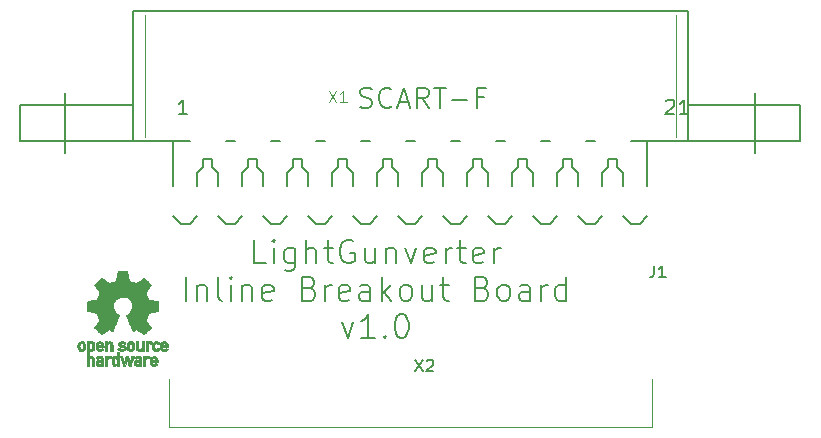
<source format=gto>
G04 #@! TF.GenerationSoftware,KiCad,Pcbnew,(5.1.0)-1*
G04 #@! TF.CreationDate,2019-04-07T00:40:10-04:00*
G04 #@! TF.ProjectId,Lightgunverter SCART Breakout,4c696768-7467-4756-9e76-657274657220,rev?*
G04 #@! TF.SameCoordinates,Original*
G04 #@! TF.FileFunction,Legend,Top*
G04 #@! TF.FilePolarity,Positive*
%FSLAX46Y46*%
G04 Gerber Fmt 4.6, Leading zero omitted, Abs format (unit mm)*
G04 Created by KiCad (PCBNEW (5.1.0)-1) date 2019-04-07 00:40:10*
%MOMM*%
%LPD*%
G04 APERTURE LIST*
%ADD10C,0.150000*%
%ADD11C,0.152400*%
%ADD12C,0.050800*%
%ADD13C,0.010000*%
%ADD14C,0.120000*%
%ADD15C,0.096520*%
%ADD16C,0.127000*%
%ADD17C,0.177800*%
G04 APERTURE END LIST*
D10*
X132525666Y-115737761D02*
X131573285Y-115737761D01*
X131573285Y-113737761D01*
X133192333Y-115737761D02*
X133192333Y-114404428D01*
X133192333Y-113737761D02*
X133097095Y-113833000D01*
X133192333Y-113928238D01*
X133287571Y-113833000D01*
X133192333Y-113737761D01*
X133192333Y-113928238D01*
X135001857Y-114404428D02*
X135001857Y-116023476D01*
X134906619Y-116213952D01*
X134811380Y-116309190D01*
X134620904Y-116404428D01*
X134335190Y-116404428D01*
X134144714Y-116309190D01*
X135001857Y-115642523D02*
X134811380Y-115737761D01*
X134430428Y-115737761D01*
X134239952Y-115642523D01*
X134144714Y-115547285D01*
X134049476Y-115356809D01*
X134049476Y-114785380D01*
X134144714Y-114594904D01*
X134239952Y-114499666D01*
X134430428Y-114404428D01*
X134811380Y-114404428D01*
X135001857Y-114499666D01*
X135954238Y-115737761D02*
X135954238Y-113737761D01*
X136811380Y-115737761D02*
X136811380Y-114690142D01*
X136716142Y-114499666D01*
X136525666Y-114404428D01*
X136239952Y-114404428D01*
X136049476Y-114499666D01*
X135954238Y-114594904D01*
X137478047Y-114404428D02*
X138239952Y-114404428D01*
X137763761Y-113737761D02*
X137763761Y-115452047D01*
X137859000Y-115642523D01*
X138049476Y-115737761D01*
X138239952Y-115737761D01*
X139954238Y-113833000D02*
X139763761Y-113737761D01*
X139478047Y-113737761D01*
X139192333Y-113833000D01*
X139001857Y-114023476D01*
X138906619Y-114213952D01*
X138811380Y-114594904D01*
X138811380Y-114880619D01*
X138906619Y-115261571D01*
X139001857Y-115452047D01*
X139192333Y-115642523D01*
X139478047Y-115737761D01*
X139668523Y-115737761D01*
X139954238Y-115642523D01*
X140049476Y-115547285D01*
X140049476Y-114880619D01*
X139668523Y-114880619D01*
X141763761Y-114404428D02*
X141763761Y-115737761D01*
X140906619Y-114404428D02*
X140906619Y-115452047D01*
X141001857Y-115642523D01*
X141192333Y-115737761D01*
X141478047Y-115737761D01*
X141668523Y-115642523D01*
X141763761Y-115547285D01*
X142716142Y-114404428D02*
X142716142Y-115737761D01*
X142716142Y-114594904D02*
X142811380Y-114499666D01*
X143001857Y-114404428D01*
X143287571Y-114404428D01*
X143478047Y-114499666D01*
X143573285Y-114690142D01*
X143573285Y-115737761D01*
X144335190Y-114404428D02*
X144811380Y-115737761D01*
X145287571Y-114404428D01*
X146811380Y-115642523D02*
X146620904Y-115737761D01*
X146239952Y-115737761D01*
X146049476Y-115642523D01*
X145954238Y-115452047D01*
X145954238Y-114690142D01*
X146049476Y-114499666D01*
X146239952Y-114404428D01*
X146620904Y-114404428D01*
X146811380Y-114499666D01*
X146906619Y-114690142D01*
X146906619Y-114880619D01*
X145954238Y-115071095D01*
X147763761Y-115737761D02*
X147763761Y-114404428D01*
X147763761Y-114785380D02*
X147859000Y-114594904D01*
X147954238Y-114499666D01*
X148144714Y-114404428D01*
X148335190Y-114404428D01*
X148716142Y-114404428D02*
X149478047Y-114404428D01*
X149001857Y-113737761D02*
X149001857Y-115452047D01*
X149097095Y-115642523D01*
X149287571Y-115737761D01*
X149478047Y-115737761D01*
X150906619Y-115642523D02*
X150716142Y-115737761D01*
X150335190Y-115737761D01*
X150144714Y-115642523D01*
X150049476Y-115452047D01*
X150049476Y-114690142D01*
X150144714Y-114499666D01*
X150335190Y-114404428D01*
X150716142Y-114404428D01*
X150906619Y-114499666D01*
X151001857Y-114690142D01*
X151001857Y-114880619D01*
X150049476Y-115071095D01*
X151859000Y-115737761D02*
X151859000Y-114404428D01*
X151859000Y-114785380D02*
X151954238Y-114594904D01*
X152049476Y-114499666D01*
X152239952Y-114404428D01*
X152430428Y-114404428D01*
X125763761Y-118887761D02*
X125763761Y-116887761D01*
X126716142Y-117554428D02*
X126716142Y-118887761D01*
X126716142Y-117744904D02*
X126811380Y-117649666D01*
X127001857Y-117554428D01*
X127287571Y-117554428D01*
X127478047Y-117649666D01*
X127573285Y-117840142D01*
X127573285Y-118887761D01*
X128811380Y-118887761D02*
X128620904Y-118792523D01*
X128525666Y-118602047D01*
X128525666Y-116887761D01*
X129573285Y-118887761D02*
X129573285Y-117554428D01*
X129573285Y-116887761D02*
X129478047Y-116983000D01*
X129573285Y-117078238D01*
X129668523Y-116983000D01*
X129573285Y-116887761D01*
X129573285Y-117078238D01*
X130525666Y-117554428D02*
X130525666Y-118887761D01*
X130525666Y-117744904D02*
X130620904Y-117649666D01*
X130811380Y-117554428D01*
X131097095Y-117554428D01*
X131287571Y-117649666D01*
X131382809Y-117840142D01*
X131382809Y-118887761D01*
X133097095Y-118792523D02*
X132906619Y-118887761D01*
X132525666Y-118887761D01*
X132335190Y-118792523D01*
X132239952Y-118602047D01*
X132239952Y-117840142D01*
X132335190Y-117649666D01*
X132525666Y-117554428D01*
X132906619Y-117554428D01*
X133097095Y-117649666D01*
X133192333Y-117840142D01*
X133192333Y-118030619D01*
X132239952Y-118221095D01*
X136239952Y-117840142D02*
X136525666Y-117935380D01*
X136620904Y-118030619D01*
X136716142Y-118221095D01*
X136716142Y-118506809D01*
X136620904Y-118697285D01*
X136525666Y-118792523D01*
X136335190Y-118887761D01*
X135573285Y-118887761D01*
X135573285Y-116887761D01*
X136239952Y-116887761D01*
X136430428Y-116983000D01*
X136525666Y-117078238D01*
X136620904Y-117268714D01*
X136620904Y-117459190D01*
X136525666Y-117649666D01*
X136430428Y-117744904D01*
X136239952Y-117840142D01*
X135573285Y-117840142D01*
X137573285Y-118887761D02*
X137573285Y-117554428D01*
X137573285Y-117935380D02*
X137668523Y-117744904D01*
X137763761Y-117649666D01*
X137954238Y-117554428D01*
X138144714Y-117554428D01*
X139573285Y-118792523D02*
X139382809Y-118887761D01*
X139001857Y-118887761D01*
X138811380Y-118792523D01*
X138716142Y-118602047D01*
X138716142Y-117840142D01*
X138811380Y-117649666D01*
X139001857Y-117554428D01*
X139382809Y-117554428D01*
X139573285Y-117649666D01*
X139668523Y-117840142D01*
X139668523Y-118030619D01*
X138716142Y-118221095D01*
X141382809Y-118887761D02*
X141382809Y-117840142D01*
X141287571Y-117649666D01*
X141097095Y-117554428D01*
X140716142Y-117554428D01*
X140525666Y-117649666D01*
X141382809Y-118792523D02*
X141192333Y-118887761D01*
X140716142Y-118887761D01*
X140525666Y-118792523D01*
X140430428Y-118602047D01*
X140430428Y-118411571D01*
X140525666Y-118221095D01*
X140716142Y-118125857D01*
X141192333Y-118125857D01*
X141382809Y-118030619D01*
X142335190Y-118887761D02*
X142335190Y-116887761D01*
X142525666Y-118125857D02*
X143097095Y-118887761D01*
X143097095Y-117554428D02*
X142335190Y-118316333D01*
X144239952Y-118887761D02*
X144049476Y-118792523D01*
X143954238Y-118697285D01*
X143859000Y-118506809D01*
X143859000Y-117935380D01*
X143954238Y-117744904D01*
X144049476Y-117649666D01*
X144239952Y-117554428D01*
X144525666Y-117554428D01*
X144716142Y-117649666D01*
X144811380Y-117744904D01*
X144906619Y-117935380D01*
X144906619Y-118506809D01*
X144811380Y-118697285D01*
X144716142Y-118792523D01*
X144525666Y-118887761D01*
X144239952Y-118887761D01*
X146620904Y-117554428D02*
X146620904Y-118887761D01*
X145763761Y-117554428D02*
X145763761Y-118602047D01*
X145859000Y-118792523D01*
X146049476Y-118887761D01*
X146335190Y-118887761D01*
X146525666Y-118792523D01*
X146620904Y-118697285D01*
X147287571Y-117554428D02*
X148049476Y-117554428D01*
X147573285Y-116887761D02*
X147573285Y-118602047D01*
X147668523Y-118792523D01*
X147859000Y-118887761D01*
X148049476Y-118887761D01*
X150906619Y-117840142D02*
X151192333Y-117935380D01*
X151287571Y-118030619D01*
X151382809Y-118221095D01*
X151382809Y-118506809D01*
X151287571Y-118697285D01*
X151192333Y-118792523D01*
X151001857Y-118887761D01*
X150239952Y-118887761D01*
X150239952Y-116887761D01*
X150906619Y-116887761D01*
X151097095Y-116983000D01*
X151192333Y-117078238D01*
X151287571Y-117268714D01*
X151287571Y-117459190D01*
X151192333Y-117649666D01*
X151097095Y-117744904D01*
X150906619Y-117840142D01*
X150239952Y-117840142D01*
X152525666Y-118887761D02*
X152335190Y-118792523D01*
X152239952Y-118697285D01*
X152144714Y-118506809D01*
X152144714Y-117935380D01*
X152239952Y-117744904D01*
X152335190Y-117649666D01*
X152525666Y-117554428D01*
X152811380Y-117554428D01*
X153001857Y-117649666D01*
X153097095Y-117744904D01*
X153192333Y-117935380D01*
X153192333Y-118506809D01*
X153097095Y-118697285D01*
X153001857Y-118792523D01*
X152811380Y-118887761D01*
X152525666Y-118887761D01*
X154906619Y-118887761D02*
X154906619Y-117840142D01*
X154811380Y-117649666D01*
X154620904Y-117554428D01*
X154239952Y-117554428D01*
X154049476Y-117649666D01*
X154906619Y-118792523D02*
X154716142Y-118887761D01*
X154239952Y-118887761D01*
X154049476Y-118792523D01*
X153954238Y-118602047D01*
X153954238Y-118411571D01*
X154049476Y-118221095D01*
X154239952Y-118125857D01*
X154716142Y-118125857D01*
X154906619Y-118030619D01*
X155859000Y-118887761D02*
X155859000Y-117554428D01*
X155859000Y-117935380D02*
X155954238Y-117744904D01*
X156049476Y-117649666D01*
X156239952Y-117554428D01*
X156430428Y-117554428D01*
X157954238Y-118887761D02*
X157954238Y-116887761D01*
X157954238Y-118792523D02*
X157763761Y-118887761D01*
X157382809Y-118887761D01*
X157192333Y-118792523D01*
X157097095Y-118697285D01*
X157001857Y-118506809D01*
X157001857Y-117935380D01*
X157097095Y-117744904D01*
X157192333Y-117649666D01*
X157382809Y-117554428D01*
X157763761Y-117554428D01*
X157954238Y-117649666D01*
X139001857Y-120704428D02*
X139478047Y-122037761D01*
X139954238Y-120704428D01*
X141763761Y-122037761D02*
X140620904Y-122037761D01*
X141192333Y-122037761D02*
X141192333Y-120037761D01*
X141001857Y-120323476D01*
X140811380Y-120513952D01*
X140620904Y-120609190D01*
X142620904Y-121847285D02*
X142716142Y-121942523D01*
X142620904Y-122037761D01*
X142525666Y-121942523D01*
X142620904Y-121847285D01*
X142620904Y-122037761D01*
X143954238Y-120037761D02*
X144144714Y-120037761D01*
X144335190Y-120133000D01*
X144430428Y-120228238D01*
X144525666Y-120418714D01*
X144620904Y-120799666D01*
X144620904Y-121275857D01*
X144525666Y-121656809D01*
X144430428Y-121847285D01*
X144335190Y-121942523D01*
X144144714Y-122037761D01*
X143954238Y-122037761D01*
X143763761Y-121942523D01*
X143668523Y-121847285D01*
X143573285Y-121656809D01*
X143478047Y-121275857D01*
X143478047Y-120799666D01*
X143573285Y-120418714D01*
X143668523Y-120228238D01*
X143763761Y-120133000D01*
X143954238Y-120037761D01*
D11*
X168275000Y-94361000D02*
X121285000Y-94361000D01*
X121285000Y-94361000D02*
X121285000Y-102362000D01*
X121285000Y-102362000D02*
X111760000Y-102362000D01*
X111760000Y-102362000D02*
X111760000Y-105410000D01*
X111760000Y-105410000D02*
X121285000Y-105410000D01*
X121285000Y-105410000D02*
X124714000Y-105410000D01*
X124714000Y-105410000D02*
X126111000Y-105410000D01*
X121285000Y-102362000D02*
X121285000Y-105410000D01*
D12*
X122301000Y-105029000D02*
X122301000Y-94742000D01*
D11*
X124714000Y-105410000D02*
X124714000Y-109220000D01*
X126111000Y-112395000D02*
X126746000Y-111760000D01*
X124714000Y-111760000D02*
X125349000Y-112395000D01*
X126746000Y-109220000D02*
X126746000Y-108077000D01*
X126746000Y-108077000D02*
X127254000Y-107569000D01*
X127254000Y-107569000D02*
X127254000Y-106934000D01*
X128016000Y-106934000D02*
X128016000Y-107569000D01*
X128016000Y-107569000D02*
X128524000Y-108077000D01*
X128524000Y-108077000D02*
X128524000Y-109220000D01*
X128524000Y-111760000D02*
X129159000Y-112395000D01*
X129159000Y-112395000D02*
X129921000Y-112395000D01*
X129921000Y-112395000D02*
X130556000Y-111760000D01*
X130556000Y-109220000D02*
X130556000Y-108077000D01*
X126111000Y-112395000D02*
X125349000Y-112395000D01*
X130556000Y-108077000D02*
X131064000Y-107569000D01*
X131826000Y-107569000D02*
X132334000Y-108077000D01*
X132334000Y-108077000D02*
X132334000Y-109220000D01*
X131064000Y-107569000D02*
X131064000Y-106934000D01*
X131826000Y-106934000D02*
X131826000Y-107569000D01*
X127254000Y-106934000D02*
X128016000Y-106934000D01*
X131064000Y-106934000D02*
X131826000Y-106934000D01*
X129159000Y-105410000D02*
X129921000Y-105410000D01*
X132969000Y-105410000D02*
X133731000Y-105410000D01*
X132334000Y-111760000D02*
X132969000Y-112395000D01*
X132969000Y-112395000D02*
X133731000Y-112395000D01*
X133731000Y-112395000D02*
X134366000Y-111760000D01*
X134366000Y-109220000D02*
X134366000Y-108077000D01*
X134366000Y-108077000D02*
X134874000Y-107569000D01*
X134874000Y-107569000D02*
X134874000Y-106934000D01*
X134874000Y-106934000D02*
X135636000Y-106934000D01*
X135636000Y-106934000D02*
X135636000Y-107569000D01*
X135636000Y-107569000D02*
X136144000Y-108077000D01*
X136144000Y-108077000D02*
X136144000Y-109220000D01*
X136144000Y-111760000D02*
X136779000Y-112395000D01*
X136779000Y-112395000D02*
X137541000Y-112395000D01*
X137541000Y-112395000D02*
X138176000Y-111760000D01*
X138176000Y-109220000D02*
X138176000Y-108077000D01*
X138176000Y-108077000D02*
X138684000Y-107569000D01*
X138684000Y-107569000D02*
X138684000Y-106934000D01*
X138684000Y-106934000D02*
X139446000Y-106934000D01*
X139446000Y-106934000D02*
X139446000Y-107569000D01*
X139446000Y-107569000D02*
X139954000Y-108077000D01*
X139954000Y-108077000D02*
X139954000Y-109220000D01*
X139954000Y-111760000D02*
X140589000Y-112395000D01*
X140589000Y-112395000D02*
X141351000Y-112395000D01*
X141351000Y-112395000D02*
X141986000Y-111760000D01*
X141986000Y-109220000D02*
X141986000Y-108077000D01*
X141986000Y-108077000D02*
X142494000Y-107569000D01*
X142494000Y-107569000D02*
X142494000Y-106934000D01*
X142494000Y-106934000D02*
X143256000Y-106934000D01*
X143256000Y-106934000D02*
X143256000Y-107569000D01*
X143256000Y-107569000D02*
X143764000Y-108077000D01*
X143764000Y-108077000D02*
X143764000Y-109220000D01*
X136779000Y-105410000D02*
X137541000Y-105410000D01*
X140589000Y-105410000D02*
X141351000Y-105410000D01*
X144399000Y-105410000D02*
X145161000Y-105410000D01*
X143764000Y-111760000D02*
X144399000Y-112395000D01*
X144399000Y-112395000D02*
X145161000Y-112395000D01*
X145161000Y-112395000D02*
X145796000Y-111760000D01*
X145796000Y-109220000D02*
X145796000Y-108077000D01*
X145796000Y-108077000D02*
X146304000Y-107569000D01*
X146304000Y-107569000D02*
X146304000Y-106934000D01*
X146304000Y-106934000D02*
X147066000Y-106934000D01*
X147066000Y-106934000D02*
X147066000Y-107569000D01*
X147066000Y-107569000D02*
X147574000Y-108077000D01*
X147574000Y-108077000D02*
X147574000Y-109220000D01*
X147574000Y-111760000D02*
X148209000Y-112395000D01*
X148209000Y-112395000D02*
X148971000Y-112395000D01*
X148971000Y-112395000D02*
X149606000Y-111760000D01*
X148209000Y-105410000D02*
X148971000Y-105410000D01*
X149606000Y-109220000D02*
X149606000Y-108077000D01*
X149606000Y-108077000D02*
X150114000Y-107569000D01*
X150114000Y-107569000D02*
X150114000Y-106934000D01*
X150114000Y-106934000D02*
X150876000Y-106934000D01*
X150876000Y-106934000D02*
X150876000Y-107569000D01*
X150876000Y-107569000D02*
X151384000Y-108077000D01*
X151384000Y-108077000D02*
X151384000Y-109220000D01*
X151384000Y-111760000D02*
X152019000Y-112395000D01*
X152019000Y-112395000D02*
X152781000Y-112395000D01*
X152781000Y-112395000D02*
X153416000Y-111760000D01*
X153416000Y-109220000D02*
X153416000Y-108077000D01*
X153416000Y-108077000D02*
X153924000Y-107569000D01*
X153924000Y-107569000D02*
X153924000Y-106934000D01*
X153924000Y-106934000D02*
X154686000Y-106934000D01*
X154686000Y-106934000D02*
X154686000Y-107569000D01*
X154686000Y-107569000D02*
X155194000Y-108077000D01*
X155194000Y-108077000D02*
X155194000Y-109220000D01*
X152019000Y-105410000D02*
X152781000Y-105410000D01*
X155194000Y-111760000D02*
X155829000Y-112395000D01*
X155829000Y-112395000D02*
X156591000Y-112395000D01*
X155829000Y-105410000D02*
X156591000Y-105410000D01*
X159639000Y-105410000D02*
X160401000Y-105410000D01*
X156591000Y-112395000D02*
X157226000Y-111760000D01*
X157226000Y-109220000D02*
X157226000Y-108077000D01*
X157226000Y-108077000D02*
X157734000Y-107569000D01*
X157734000Y-107569000D02*
X157734000Y-106934000D01*
X157734000Y-106934000D02*
X158496000Y-106934000D01*
X158496000Y-106934000D02*
X158496000Y-107569000D01*
X158496000Y-107569000D02*
X159004000Y-108077000D01*
X159004000Y-108077000D02*
X159004000Y-109220000D01*
X159004000Y-111760000D02*
X159639000Y-112395000D01*
X159639000Y-112395000D02*
X160401000Y-112395000D01*
X160401000Y-112395000D02*
X161036000Y-111760000D01*
X161036000Y-109220000D02*
X161036000Y-108077000D01*
X161036000Y-108077000D02*
X161544000Y-107569000D01*
X161544000Y-107569000D02*
X161544000Y-106934000D01*
X161544000Y-106934000D02*
X162306000Y-106934000D01*
X162306000Y-106934000D02*
X162306000Y-107569000D01*
X162306000Y-107569000D02*
X162814000Y-108077000D01*
X162814000Y-108077000D02*
X162814000Y-109220000D01*
X163449000Y-105410000D02*
X164846000Y-105410000D01*
X162814000Y-111760000D02*
X163449000Y-112395000D01*
X163449000Y-112395000D02*
X164211000Y-112395000D01*
X164211000Y-112395000D02*
X164846000Y-111760000D01*
X164846000Y-105410000D02*
X164846000Y-109220000D01*
X164846000Y-105410000D02*
X168275000Y-105410000D01*
X168275000Y-102362000D02*
X168275000Y-105410000D01*
X168275000Y-105410000D02*
X177800000Y-105410000D01*
X177800000Y-102362000D02*
X177800000Y-105410000D01*
X177800000Y-102362000D02*
X168275000Y-102362000D01*
X168275000Y-94361000D02*
X168275000Y-102362000D01*
D12*
X167259000Y-105029000D02*
X167259000Y-94742000D01*
D11*
X115570000Y-101346000D02*
X115570000Y-106426000D01*
X173990000Y-101346000D02*
X173990000Y-106426000D01*
D13*
G36*
X120896964Y-116794576D02*
G01*
X120972513Y-117195322D01*
X121530041Y-117425154D01*
X121864465Y-117197748D01*
X121958122Y-117134431D01*
X122042782Y-117077896D01*
X122114495Y-117030727D01*
X122169311Y-116995502D01*
X122203280Y-116974805D01*
X122212530Y-116970342D01*
X122229195Y-116981820D01*
X122264806Y-117013551D01*
X122315371Y-117061483D01*
X122376900Y-117121562D01*
X122445399Y-117189733D01*
X122516879Y-117261945D01*
X122587347Y-117334142D01*
X122652811Y-117402273D01*
X122709280Y-117462283D01*
X122752763Y-117510119D01*
X122779268Y-117541727D01*
X122785605Y-117552305D01*
X122776486Y-117571806D01*
X122750920Y-117614531D01*
X122711597Y-117676298D01*
X122661203Y-117752931D01*
X122602427Y-117840248D01*
X122568368Y-117890052D01*
X122506289Y-117980993D01*
X122451126Y-118063059D01*
X122405554Y-118132163D01*
X122372250Y-118184222D01*
X122353890Y-118215150D01*
X122351131Y-118221650D01*
X122357385Y-118240121D01*
X122374434Y-118283172D01*
X122399703Y-118344749D01*
X122430622Y-118418799D01*
X122464618Y-118499270D01*
X122499118Y-118580107D01*
X122531551Y-118655258D01*
X122559343Y-118718671D01*
X122579923Y-118764293D01*
X122590719Y-118786069D01*
X122591356Y-118786926D01*
X122608307Y-118791084D01*
X122653451Y-118800361D01*
X122722110Y-118813844D01*
X122809602Y-118830621D01*
X122911250Y-118849781D01*
X122970556Y-118860830D01*
X123079172Y-118881510D01*
X123177277Y-118901189D01*
X123259909Y-118918789D01*
X123322104Y-118933233D01*
X123358899Y-118943446D01*
X123366296Y-118946686D01*
X123373540Y-118968617D01*
X123379385Y-119018147D01*
X123383835Y-119089485D01*
X123386893Y-119176839D01*
X123388565Y-119274417D01*
X123388853Y-119376426D01*
X123387761Y-119477075D01*
X123385294Y-119570572D01*
X123381456Y-119651125D01*
X123376250Y-119712942D01*
X123369681Y-119750230D01*
X123365741Y-119757993D01*
X123342188Y-119767298D01*
X123292282Y-119780600D01*
X123222623Y-119796337D01*
X123139813Y-119812946D01*
X123110905Y-119818319D01*
X122971531Y-119843848D01*
X122861436Y-119864408D01*
X122776982Y-119880815D01*
X122714530Y-119893887D01*
X122670444Y-119904441D01*
X122641085Y-119913294D01*
X122622815Y-119921263D01*
X122611998Y-119929165D01*
X122610485Y-119930727D01*
X122595377Y-119955886D01*
X122572329Y-120004850D01*
X122543644Y-120071621D01*
X122511622Y-120150205D01*
X122478565Y-120234607D01*
X122446773Y-120318830D01*
X122418549Y-120396879D01*
X122396193Y-120462759D01*
X122382007Y-120510473D01*
X122378293Y-120534027D01*
X122378602Y-120534852D01*
X122391189Y-120554104D01*
X122419744Y-120596463D01*
X122461267Y-120657521D01*
X122512756Y-120732868D01*
X122571211Y-120818096D01*
X122587858Y-120842315D01*
X122647215Y-120930123D01*
X122699447Y-121010238D01*
X122741708Y-121078062D01*
X122771153Y-121128993D01*
X122784937Y-121158431D01*
X122785605Y-121162048D01*
X122774024Y-121181057D01*
X122742024Y-121218714D01*
X122693718Y-121270973D01*
X122633220Y-121333786D01*
X122564644Y-121403106D01*
X122492104Y-121474885D01*
X122419712Y-121545077D01*
X122351584Y-121609635D01*
X122291832Y-121664510D01*
X122244571Y-121705656D01*
X122213913Y-121729026D01*
X122205432Y-121732842D01*
X122185691Y-121723855D01*
X122145274Y-121699616D01*
X122090763Y-121664209D01*
X122048823Y-121635711D01*
X121972829Y-121583418D01*
X121882834Y-121521845D01*
X121792564Y-121460370D01*
X121744032Y-121427469D01*
X121579762Y-121316359D01*
X121441869Y-121390916D01*
X121379049Y-121423578D01*
X121325629Y-121448966D01*
X121289484Y-121463446D01*
X121280284Y-121465460D01*
X121269221Y-121450584D01*
X121247394Y-121408547D01*
X121216434Y-121343227D01*
X121177970Y-121258500D01*
X121133632Y-121158245D01*
X121085047Y-121046339D01*
X121033846Y-120926659D01*
X120981659Y-120803084D01*
X120930113Y-120679491D01*
X120880840Y-120559757D01*
X120835467Y-120447759D01*
X120795625Y-120347377D01*
X120762942Y-120262486D01*
X120739049Y-120196965D01*
X120725574Y-120154690D01*
X120723406Y-120140172D01*
X120740583Y-120121653D01*
X120778190Y-120091590D01*
X120828366Y-120056232D01*
X120832578Y-120053434D01*
X120962264Y-119949625D01*
X121066834Y-119828515D01*
X121145381Y-119693976D01*
X121196999Y-119549882D01*
X121220782Y-119400105D01*
X121215823Y-119248517D01*
X121181217Y-119098992D01*
X121116057Y-118955400D01*
X121096886Y-118923984D01*
X120997174Y-118797125D01*
X120879377Y-118695255D01*
X120747571Y-118618904D01*
X120605833Y-118568602D01*
X120458242Y-118544879D01*
X120308873Y-118548265D01*
X120161803Y-118579288D01*
X120021111Y-118638480D01*
X119890873Y-118726369D01*
X119850586Y-118762042D01*
X119748055Y-118873706D01*
X119673341Y-118991257D01*
X119622090Y-119123020D01*
X119593546Y-119253507D01*
X119586500Y-119400216D01*
X119609996Y-119547653D01*
X119661649Y-119690834D01*
X119739071Y-119824777D01*
X119839875Y-119944498D01*
X119961676Y-120045014D01*
X119977684Y-120055609D01*
X120028398Y-120090306D01*
X120066950Y-120120370D01*
X120085381Y-120139565D01*
X120085649Y-120140172D01*
X120081692Y-120160936D01*
X120066007Y-120208062D01*
X120040222Y-120277673D01*
X120005969Y-120365893D01*
X119964877Y-120468844D01*
X119918576Y-120582650D01*
X119868696Y-120703435D01*
X119816867Y-120827321D01*
X119764719Y-120950432D01*
X119713882Y-121068891D01*
X119665987Y-121178823D01*
X119622662Y-121276349D01*
X119585538Y-121357593D01*
X119556244Y-121418679D01*
X119536412Y-121455730D01*
X119528426Y-121465460D01*
X119504021Y-121457883D01*
X119458358Y-121437560D01*
X119399310Y-121408125D01*
X119366840Y-121390916D01*
X119228947Y-121316359D01*
X119064677Y-121427469D01*
X118980821Y-121484390D01*
X118889013Y-121547030D01*
X118802980Y-121606011D01*
X118759887Y-121635711D01*
X118699277Y-121676410D01*
X118647955Y-121708663D01*
X118612615Y-121728384D01*
X118601137Y-121732554D01*
X118584430Y-121721307D01*
X118547454Y-121689911D01*
X118493795Y-121641624D01*
X118427038Y-121579708D01*
X118350766Y-121507421D01*
X118302527Y-121461008D01*
X118218133Y-121378087D01*
X118145197Y-121303920D01*
X118086669Y-121241680D01*
X118045497Y-121194541D01*
X118024628Y-121165673D01*
X118022626Y-121159815D01*
X118031917Y-121137532D01*
X118057591Y-121092477D01*
X118096800Y-121029211D01*
X118146697Y-120952295D01*
X118204433Y-120866292D01*
X118220851Y-120842315D01*
X118280677Y-120755170D01*
X118334350Y-120676710D01*
X118378870Y-120611345D01*
X118411235Y-120563484D01*
X118428445Y-120537535D01*
X118430107Y-120534852D01*
X118427621Y-120514172D01*
X118414423Y-120468704D01*
X118392814Y-120404444D01*
X118365096Y-120327387D01*
X118333570Y-120243529D01*
X118300537Y-120158866D01*
X118268299Y-120079392D01*
X118239157Y-120011104D01*
X118215412Y-119959997D01*
X118199365Y-119932067D01*
X118198225Y-119930727D01*
X118188412Y-119922745D01*
X118171839Y-119914851D01*
X118144868Y-119906229D01*
X118103861Y-119896062D01*
X118045180Y-119883531D01*
X117965187Y-119867821D01*
X117860245Y-119848113D01*
X117726715Y-119823592D01*
X117697804Y-119818319D01*
X117612118Y-119801764D01*
X117537418Y-119785569D01*
X117480306Y-119771296D01*
X117447383Y-119760508D01*
X117442969Y-119757993D01*
X117435694Y-119735696D01*
X117429781Y-119685869D01*
X117425234Y-119614304D01*
X117422055Y-119526793D01*
X117420251Y-119429128D01*
X117419823Y-119327101D01*
X117420777Y-119226503D01*
X117423116Y-119133127D01*
X117426844Y-119052765D01*
X117431966Y-118991209D01*
X117438484Y-118954250D01*
X117442414Y-118946686D01*
X117464292Y-118939056D01*
X117514109Y-118926642D01*
X117586903Y-118910522D01*
X117677711Y-118891773D01*
X117781569Y-118871471D01*
X117838154Y-118860830D01*
X117945514Y-118840760D01*
X118041254Y-118822580D01*
X118120694Y-118807199D01*
X118179154Y-118795531D01*
X118211955Y-118788488D01*
X118217354Y-118786926D01*
X118226478Y-118769322D01*
X118245765Y-118726918D01*
X118272645Y-118665772D01*
X118304546Y-118591943D01*
X118338898Y-118511489D01*
X118373129Y-118430468D01*
X118404669Y-118354937D01*
X118430946Y-118290955D01*
X118449389Y-118244580D01*
X118457429Y-118221869D01*
X118457578Y-118220876D01*
X118448465Y-118202961D01*
X118422914Y-118161733D01*
X118383612Y-118101291D01*
X118333243Y-118025731D01*
X118274494Y-117939152D01*
X118240342Y-117889421D01*
X118178110Y-117798236D01*
X118122836Y-117715449D01*
X118077218Y-117645249D01*
X118043952Y-117591824D01*
X118025736Y-117559361D01*
X118023105Y-117552083D01*
X118034414Y-117535145D01*
X118065681Y-117498978D01*
X118112910Y-117447635D01*
X118172108Y-117385167D01*
X118239281Y-117315626D01*
X118310434Y-117243065D01*
X118381574Y-117171535D01*
X118448707Y-117105087D01*
X118507839Y-117047774D01*
X118554975Y-117003647D01*
X118586123Y-116976759D01*
X118596543Y-116970342D01*
X118613509Y-116979365D01*
X118654089Y-117004715D01*
X118714337Y-117043810D01*
X118790307Y-117094071D01*
X118878054Y-117152917D01*
X118944244Y-117197748D01*
X119278668Y-117425154D01*
X119557433Y-117310238D01*
X119836197Y-117195322D01*
X119911746Y-116794576D01*
X119987294Y-116393829D01*
X120821415Y-116393829D01*
X120896964Y-116794576D01*
X120896964Y-116794576D01*
G37*
X120896964Y-116794576D02*
X120972513Y-117195322D01*
X121530041Y-117425154D01*
X121864465Y-117197748D01*
X121958122Y-117134431D01*
X122042782Y-117077896D01*
X122114495Y-117030727D01*
X122169311Y-116995502D01*
X122203280Y-116974805D01*
X122212530Y-116970342D01*
X122229195Y-116981820D01*
X122264806Y-117013551D01*
X122315371Y-117061483D01*
X122376900Y-117121562D01*
X122445399Y-117189733D01*
X122516879Y-117261945D01*
X122587347Y-117334142D01*
X122652811Y-117402273D01*
X122709280Y-117462283D01*
X122752763Y-117510119D01*
X122779268Y-117541727D01*
X122785605Y-117552305D01*
X122776486Y-117571806D01*
X122750920Y-117614531D01*
X122711597Y-117676298D01*
X122661203Y-117752931D01*
X122602427Y-117840248D01*
X122568368Y-117890052D01*
X122506289Y-117980993D01*
X122451126Y-118063059D01*
X122405554Y-118132163D01*
X122372250Y-118184222D01*
X122353890Y-118215150D01*
X122351131Y-118221650D01*
X122357385Y-118240121D01*
X122374434Y-118283172D01*
X122399703Y-118344749D01*
X122430622Y-118418799D01*
X122464618Y-118499270D01*
X122499118Y-118580107D01*
X122531551Y-118655258D01*
X122559343Y-118718671D01*
X122579923Y-118764293D01*
X122590719Y-118786069D01*
X122591356Y-118786926D01*
X122608307Y-118791084D01*
X122653451Y-118800361D01*
X122722110Y-118813844D01*
X122809602Y-118830621D01*
X122911250Y-118849781D01*
X122970556Y-118860830D01*
X123079172Y-118881510D01*
X123177277Y-118901189D01*
X123259909Y-118918789D01*
X123322104Y-118933233D01*
X123358899Y-118943446D01*
X123366296Y-118946686D01*
X123373540Y-118968617D01*
X123379385Y-119018147D01*
X123383835Y-119089485D01*
X123386893Y-119176839D01*
X123388565Y-119274417D01*
X123388853Y-119376426D01*
X123387761Y-119477075D01*
X123385294Y-119570572D01*
X123381456Y-119651125D01*
X123376250Y-119712942D01*
X123369681Y-119750230D01*
X123365741Y-119757993D01*
X123342188Y-119767298D01*
X123292282Y-119780600D01*
X123222623Y-119796337D01*
X123139813Y-119812946D01*
X123110905Y-119818319D01*
X122971531Y-119843848D01*
X122861436Y-119864408D01*
X122776982Y-119880815D01*
X122714530Y-119893887D01*
X122670444Y-119904441D01*
X122641085Y-119913294D01*
X122622815Y-119921263D01*
X122611998Y-119929165D01*
X122610485Y-119930727D01*
X122595377Y-119955886D01*
X122572329Y-120004850D01*
X122543644Y-120071621D01*
X122511622Y-120150205D01*
X122478565Y-120234607D01*
X122446773Y-120318830D01*
X122418549Y-120396879D01*
X122396193Y-120462759D01*
X122382007Y-120510473D01*
X122378293Y-120534027D01*
X122378602Y-120534852D01*
X122391189Y-120554104D01*
X122419744Y-120596463D01*
X122461267Y-120657521D01*
X122512756Y-120732868D01*
X122571211Y-120818096D01*
X122587858Y-120842315D01*
X122647215Y-120930123D01*
X122699447Y-121010238D01*
X122741708Y-121078062D01*
X122771153Y-121128993D01*
X122784937Y-121158431D01*
X122785605Y-121162048D01*
X122774024Y-121181057D01*
X122742024Y-121218714D01*
X122693718Y-121270973D01*
X122633220Y-121333786D01*
X122564644Y-121403106D01*
X122492104Y-121474885D01*
X122419712Y-121545077D01*
X122351584Y-121609635D01*
X122291832Y-121664510D01*
X122244571Y-121705656D01*
X122213913Y-121729026D01*
X122205432Y-121732842D01*
X122185691Y-121723855D01*
X122145274Y-121699616D01*
X122090763Y-121664209D01*
X122048823Y-121635711D01*
X121972829Y-121583418D01*
X121882834Y-121521845D01*
X121792564Y-121460370D01*
X121744032Y-121427469D01*
X121579762Y-121316359D01*
X121441869Y-121390916D01*
X121379049Y-121423578D01*
X121325629Y-121448966D01*
X121289484Y-121463446D01*
X121280284Y-121465460D01*
X121269221Y-121450584D01*
X121247394Y-121408547D01*
X121216434Y-121343227D01*
X121177970Y-121258500D01*
X121133632Y-121158245D01*
X121085047Y-121046339D01*
X121033846Y-120926659D01*
X120981659Y-120803084D01*
X120930113Y-120679491D01*
X120880840Y-120559757D01*
X120835467Y-120447759D01*
X120795625Y-120347377D01*
X120762942Y-120262486D01*
X120739049Y-120196965D01*
X120725574Y-120154690D01*
X120723406Y-120140172D01*
X120740583Y-120121653D01*
X120778190Y-120091590D01*
X120828366Y-120056232D01*
X120832578Y-120053434D01*
X120962264Y-119949625D01*
X121066834Y-119828515D01*
X121145381Y-119693976D01*
X121196999Y-119549882D01*
X121220782Y-119400105D01*
X121215823Y-119248517D01*
X121181217Y-119098992D01*
X121116057Y-118955400D01*
X121096886Y-118923984D01*
X120997174Y-118797125D01*
X120879377Y-118695255D01*
X120747571Y-118618904D01*
X120605833Y-118568602D01*
X120458242Y-118544879D01*
X120308873Y-118548265D01*
X120161803Y-118579288D01*
X120021111Y-118638480D01*
X119890873Y-118726369D01*
X119850586Y-118762042D01*
X119748055Y-118873706D01*
X119673341Y-118991257D01*
X119622090Y-119123020D01*
X119593546Y-119253507D01*
X119586500Y-119400216D01*
X119609996Y-119547653D01*
X119661649Y-119690834D01*
X119739071Y-119824777D01*
X119839875Y-119944498D01*
X119961676Y-120045014D01*
X119977684Y-120055609D01*
X120028398Y-120090306D01*
X120066950Y-120120370D01*
X120085381Y-120139565D01*
X120085649Y-120140172D01*
X120081692Y-120160936D01*
X120066007Y-120208062D01*
X120040222Y-120277673D01*
X120005969Y-120365893D01*
X119964877Y-120468844D01*
X119918576Y-120582650D01*
X119868696Y-120703435D01*
X119816867Y-120827321D01*
X119764719Y-120950432D01*
X119713882Y-121068891D01*
X119665987Y-121178823D01*
X119622662Y-121276349D01*
X119585538Y-121357593D01*
X119556244Y-121418679D01*
X119536412Y-121455730D01*
X119528426Y-121465460D01*
X119504021Y-121457883D01*
X119458358Y-121437560D01*
X119399310Y-121408125D01*
X119366840Y-121390916D01*
X119228947Y-121316359D01*
X119064677Y-121427469D01*
X118980821Y-121484390D01*
X118889013Y-121547030D01*
X118802980Y-121606011D01*
X118759887Y-121635711D01*
X118699277Y-121676410D01*
X118647955Y-121708663D01*
X118612615Y-121728384D01*
X118601137Y-121732554D01*
X118584430Y-121721307D01*
X118547454Y-121689911D01*
X118493795Y-121641624D01*
X118427038Y-121579708D01*
X118350766Y-121507421D01*
X118302527Y-121461008D01*
X118218133Y-121378087D01*
X118145197Y-121303920D01*
X118086669Y-121241680D01*
X118045497Y-121194541D01*
X118024628Y-121165673D01*
X118022626Y-121159815D01*
X118031917Y-121137532D01*
X118057591Y-121092477D01*
X118096800Y-121029211D01*
X118146697Y-120952295D01*
X118204433Y-120866292D01*
X118220851Y-120842315D01*
X118280677Y-120755170D01*
X118334350Y-120676710D01*
X118378870Y-120611345D01*
X118411235Y-120563484D01*
X118428445Y-120537535D01*
X118430107Y-120534852D01*
X118427621Y-120514172D01*
X118414423Y-120468704D01*
X118392814Y-120404444D01*
X118365096Y-120327387D01*
X118333570Y-120243529D01*
X118300537Y-120158866D01*
X118268299Y-120079392D01*
X118239157Y-120011104D01*
X118215412Y-119959997D01*
X118199365Y-119932067D01*
X118198225Y-119930727D01*
X118188412Y-119922745D01*
X118171839Y-119914851D01*
X118144868Y-119906229D01*
X118103861Y-119896062D01*
X118045180Y-119883531D01*
X117965187Y-119867821D01*
X117860245Y-119848113D01*
X117726715Y-119823592D01*
X117697804Y-119818319D01*
X117612118Y-119801764D01*
X117537418Y-119785569D01*
X117480306Y-119771296D01*
X117447383Y-119760508D01*
X117442969Y-119757993D01*
X117435694Y-119735696D01*
X117429781Y-119685869D01*
X117425234Y-119614304D01*
X117422055Y-119526793D01*
X117420251Y-119429128D01*
X117419823Y-119327101D01*
X117420777Y-119226503D01*
X117423116Y-119133127D01*
X117426844Y-119052765D01*
X117431966Y-118991209D01*
X117438484Y-118954250D01*
X117442414Y-118946686D01*
X117464292Y-118939056D01*
X117514109Y-118926642D01*
X117586903Y-118910522D01*
X117677711Y-118891773D01*
X117781569Y-118871471D01*
X117838154Y-118860830D01*
X117945514Y-118840760D01*
X118041254Y-118822580D01*
X118120694Y-118807199D01*
X118179154Y-118795531D01*
X118211955Y-118788488D01*
X118217354Y-118786926D01*
X118226478Y-118769322D01*
X118245765Y-118726918D01*
X118272645Y-118665772D01*
X118304546Y-118591943D01*
X118338898Y-118511489D01*
X118373129Y-118430468D01*
X118404669Y-118354937D01*
X118430946Y-118290955D01*
X118449389Y-118244580D01*
X118457429Y-118221869D01*
X118457578Y-118220876D01*
X118448465Y-118202961D01*
X118422914Y-118161733D01*
X118383612Y-118101291D01*
X118333243Y-118025731D01*
X118274494Y-117939152D01*
X118240342Y-117889421D01*
X118178110Y-117798236D01*
X118122836Y-117715449D01*
X118077218Y-117645249D01*
X118043952Y-117591824D01*
X118025736Y-117559361D01*
X118023105Y-117552083D01*
X118034414Y-117535145D01*
X118065681Y-117498978D01*
X118112910Y-117447635D01*
X118172108Y-117385167D01*
X118239281Y-117315626D01*
X118310434Y-117243065D01*
X118381574Y-117171535D01*
X118448707Y-117105087D01*
X118507839Y-117047774D01*
X118554975Y-117003647D01*
X118586123Y-116976759D01*
X118596543Y-116970342D01*
X118613509Y-116979365D01*
X118654089Y-117004715D01*
X118714337Y-117043810D01*
X118790307Y-117094071D01*
X118878054Y-117152917D01*
X118944244Y-117197748D01*
X119278668Y-117425154D01*
X119557433Y-117310238D01*
X119836197Y-117195322D01*
X119911746Y-116794576D01*
X119987294Y-116393829D01*
X120821415Y-116393829D01*
X120896964Y-116794576D01*
G36*
X122787388Y-122333645D02*
G01*
X122844865Y-122351206D01*
X122881872Y-122373395D01*
X122893927Y-122390942D01*
X122890609Y-122411742D01*
X122869079Y-122444419D01*
X122850874Y-122467562D01*
X122813344Y-122509402D01*
X122785148Y-122527005D01*
X122761111Y-122525856D01*
X122689808Y-122507710D01*
X122637442Y-122508534D01*
X122594918Y-122529098D01*
X122580642Y-122541134D01*
X122534947Y-122583483D01*
X122534947Y-123136526D01*
X122351131Y-123136526D01*
X122351131Y-122334421D01*
X122443039Y-122334421D01*
X122498219Y-122336603D01*
X122526688Y-122344351D01*
X122534943Y-122359468D01*
X122534947Y-122359916D01*
X122538845Y-122375749D01*
X122556474Y-122373684D01*
X122580901Y-122362261D01*
X122631350Y-122341005D01*
X122672316Y-122328216D01*
X122725028Y-122324938D01*
X122787388Y-122333645D01*
X122787388Y-122333645D01*
G37*
X122787388Y-122333645D02*
X122844865Y-122351206D01*
X122881872Y-122373395D01*
X122893927Y-122390942D01*
X122890609Y-122411742D01*
X122869079Y-122444419D01*
X122850874Y-122467562D01*
X122813344Y-122509402D01*
X122785148Y-122527005D01*
X122761111Y-122525856D01*
X122689808Y-122507710D01*
X122637442Y-122508534D01*
X122594918Y-122529098D01*
X122580642Y-122541134D01*
X122534947Y-122583483D01*
X122534947Y-123136526D01*
X122351131Y-123136526D01*
X122351131Y-122334421D01*
X122443039Y-122334421D01*
X122498219Y-122336603D01*
X122526688Y-122344351D01*
X122534943Y-122359468D01*
X122534947Y-122359916D01*
X122538845Y-122375749D01*
X122556474Y-122373684D01*
X122580901Y-122362261D01*
X122631350Y-122341005D01*
X122672316Y-122328216D01*
X122725028Y-122324938D01*
X122787388Y-122333645D01*
G36*
X119393957Y-122348226D02*
G01*
X119435546Y-122368090D01*
X119475825Y-122396784D01*
X119506510Y-122429809D01*
X119528861Y-122471931D01*
X119544136Y-122527915D01*
X119553592Y-122602528D01*
X119558487Y-122700535D01*
X119560081Y-122826702D01*
X119560106Y-122839914D01*
X119560473Y-123136526D01*
X119376657Y-123136526D01*
X119376657Y-122863081D01*
X119376527Y-122761777D01*
X119375621Y-122688353D01*
X119373173Y-122637271D01*
X119368414Y-122602990D01*
X119360574Y-122579971D01*
X119348885Y-122562673D01*
X119332602Y-122545581D01*
X119275634Y-122508857D01*
X119213445Y-122502042D01*
X119154199Y-122525261D01*
X119133595Y-122542543D01*
X119118470Y-122558791D01*
X119107610Y-122576191D01*
X119100310Y-122600212D01*
X119095863Y-122636322D01*
X119093564Y-122689988D01*
X119092704Y-122766680D01*
X119092578Y-122860043D01*
X119092578Y-123136526D01*
X118908763Y-123136526D01*
X118908763Y-122334421D01*
X119000671Y-122334421D01*
X119055851Y-122336603D01*
X119084320Y-122344351D01*
X119092575Y-122359468D01*
X119092578Y-122359916D01*
X119096408Y-122374720D01*
X119113301Y-122373040D01*
X119146888Y-122356773D01*
X119223063Y-122332840D01*
X119310200Y-122330178D01*
X119393957Y-122348226D01*
X119393957Y-122348226D01*
G37*
X119393957Y-122348226D02*
X119435546Y-122368090D01*
X119475825Y-122396784D01*
X119506510Y-122429809D01*
X119528861Y-122471931D01*
X119544136Y-122527915D01*
X119553592Y-122602528D01*
X119558487Y-122700535D01*
X119560081Y-122826702D01*
X119560106Y-122839914D01*
X119560473Y-123136526D01*
X119376657Y-123136526D01*
X119376657Y-122863081D01*
X119376527Y-122761777D01*
X119375621Y-122688353D01*
X119373173Y-122637271D01*
X119368414Y-122602990D01*
X119360574Y-122579971D01*
X119348885Y-122562673D01*
X119332602Y-122545581D01*
X119275634Y-122508857D01*
X119213445Y-122502042D01*
X119154199Y-122525261D01*
X119133595Y-122542543D01*
X119118470Y-122558791D01*
X119107610Y-122576191D01*
X119100310Y-122600212D01*
X119095863Y-122636322D01*
X119093564Y-122689988D01*
X119092704Y-122766680D01*
X119092578Y-122860043D01*
X119092578Y-123136526D01*
X118908763Y-123136526D01*
X118908763Y-122334421D01*
X119000671Y-122334421D01*
X119055851Y-122336603D01*
X119084320Y-122344351D01*
X119092575Y-122359468D01*
X119092578Y-122359916D01*
X119096408Y-122374720D01*
X119113301Y-122373040D01*
X119146888Y-122356773D01*
X119223063Y-122332840D01*
X119310200Y-122330178D01*
X119393957Y-122348226D01*
G36*
X123954784Y-122331554D02*
G01*
X123997574Y-122341949D01*
X124079609Y-122380013D01*
X124149757Y-122438149D01*
X124198305Y-122507852D01*
X124204975Y-122523502D01*
X124214124Y-122564496D01*
X124220529Y-122625138D01*
X124222710Y-122686430D01*
X124222710Y-122802316D01*
X123980407Y-122802316D01*
X123880471Y-122802693D01*
X123810069Y-122804987D01*
X123765313Y-122810938D01*
X123742315Y-122822285D01*
X123737189Y-122840771D01*
X123746048Y-122868136D01*
X123761917Y-122900155D01*
X123806184Y-122953592D01*
X123867699Y-122980215D01*
X123942885Y-122979347D01*
X124028053Y-122950371D01*
X124101659Y-122914611D01*
X124162734Y-122962904D01*
X124223810Y-123011197D01*
X124166351Y-123064285D01*
X124089641Y-123114445D01*
X123995302Y-123144688D01*
X123893827Y-123153151D01*
X123795711Y-123137974D01*
X123779881Y-123132824D01*
X123693647Y-123087791D01*
X123629501Y-123020652D01*
X123586091Y-122929405D01*
X123562064Y-122812044D01*
X123561784Y-122809529D01*
X123559633Y-122681627D01*
X123568329Y-122635997D01*
X123738105Y-122635997D01*
X123753697Y-122643013D01*
X123796029Y-122648388D01*
X123858434Y-122651457D01*
X123897981Y-122651921D01*
X123971728Y-122651630D01*
X124017840Y-122649783D01*
X124042100Y-122644912D01*
X124050294Y-122635555D01*
X124048206Y-122620245D01*
X124046455Y-122614322D01*
X124016560Y-122558668D01*
X123969542Y-122513815D01*
X123928049Y-122494105D01*
X123872926Y-122495295D01*
X123817068Y-122519875D01*
X123770212Y-122560570D01*
X123742094Y-122610108D01*
X123738105Y-122635997D01*
X123568329Y-122635997D01*
X123581074Y-122569133D01*
X123623611Y-122474727D01*
X123684747Y-122401088D01*
X123761985Y-122350893D01*
X123852830Y-122326822D01*
X123954784Y-122331554D01*
X123954784Y-122331554D01*
G37*
X123954784Y-122331554D02*
X123997574Y-122341949D01*
X124079609Y-122380013D01*
X124149757Y-122438149D01*
X124198305Y-122507852D01*
X124204975Y-122523502D01*
X124214124Y-122564496D01*
X124220529Y-122625138D01*
X124222710Y-122686430D01*
X124222710Y-122802316D01*
X123980407Y-122802316D01*
X123880471Y-122802693D01*
X123810069Y-122804987D01*
X123765313Y-122810938D01*
X123742315Y-122822285D01*
X123737189Y-122840771D01*
X123746048Y-122868136D01*
X123761917Y-122900155D01*
X123806184Y-122953592D01*
X123867699Y-122980215D01*
X123942885Y-122979347D01*
X124028053Y-122950371D01*
X124101659Y-122914611D01*
X124162734Y-122962904D01*
X124223810Y-123011197D01*
X124166351Y-123064285D01*
X124089641Y-123114445D01*
X123995302Y-123144688D01*
X123893827Y-123153151D01*
X123795711Y-123137974D01*
X123779881Y-123132824D01*
X123693647Y-123087791D01*
X123629501Y-123020652D01*
X123586091Y-122929405D01*
X123562064Y-122812044D01*
X123561784Y-122809529D01*
X123559633Y-122681627D01*
X123568329Y-122635997D01*
X123738105Y-122635997D01*
X123753697Y-122643013D01*
X123796029Y-122648388D01*
X123858434Y-122651457D01*
X123897981Y-122651921D01*
X123971728Y-122651630D01*
X124017840Y-122649783D01*
X124042100Y-122644912D01*
X124050294Y-122635555D01*
X124048206Y-122620245D01*
X124046455Y-122614322D01*
X124016560Y-122558668D01*
X123969542Y-122513815D01*
X123928049Y-122494105D01*
X123872926Y-122495295D01*
X123817068Y-122519875D01*
X123770212Y-122560570D01*
X123742094Y-122610108D01*
X123738105Y-122635997D01*
X123568329Y-122635997D01*
X123581074Y-122569133D01*
X123623611Y-122474727D01*
X123684747Y-122401088D01*
X123761985Y-122350893D01*
X123852830Y-122326822D01*
X123954784Y-122331554D01*
G36*
X123342576Y-122341419D02*
G01*
X123439395Y-122382549D01*
X123469890Y-122402571D01*
X123508865Y-122433340D01*
X123533331Y-122457533D01*
X123537578Y-122465413D01*
X123525584Y-122482899D01*
X123494887Y-122512570D01*
X123470312Y-122533279D01*
X123403046Y-122587336D01*
X123349930Y-122542642D01*
X123308884Y-122513789D01*
X123268863Y-122503829D01*
X123223059Y-122506261D01*
X123150324Y-122524345D01*
X123100256Y-122561881D01*
X123069829Y-122622562D01*
X123056017Y-122710081D01*
X123056013Y-122710136D01*
X123057208Y-122807958D01*
X123075772Y-122879730D01*
X123112804Y-122928595D01*
X123138050Y-122945143D01*
X123205097Y-122965749D01*
X123276709Y-122965762D01*
X123339015Y-122945768D01*
X123353763Y-122936000D01*
X123390750Y-122911047D01*
X123419668Y-122906958D01*
X123450856Y-122925530D01*
X123485336Y-122958887D01*
X123539912Y-123015196D01*
X123479318Y-123065142D01*
X123385698Y-123121513D01*
X123280125Y-123149293D01*
X123169798Y-123147282D01*
X123097343Y-123128862D01*
X123012656Y-123083310D01*
X122944927Y-123011650D01*
X122914157Y-122961066D01*
X122889236Y-122888488D01*
X122876766Y-122796569D01*
X122876670Y-122696948D01*
X122888870Y-122601267D01*
X122913290Y-122521169D01*
X122917136Y-122512956D01*
X122974093Y-122432413D01*
X123051209Y-122373771D01*
X123142390Y-122338247D01*
X123241543Y-122327057D01*
X123342576Y-122341419D01*
X123342576Y-122341419D01*
G37*
X123342576Y-122341419D02*
X123439395Y-122382549D01*
X123469890Y-122402571D01*
X123508865Y-122433340D01*
X123533331Y-122457533D01*
X123537578Y-122465413D01*
X123525584Y-122482899D01*
X123494887Y-122512570D01*
X123470312Y-122533279D01*
X123403046Y-122587336D01*
X123349930Y-122542642D01*
X123308884Y-122513789D01*
X123268863Y-122503829D01*
X123223059Y-122506261D01*
X123150324Y-122524345D01*
X123100256Y-122561881D01*
X123069829Y-122622562D01*
X123056017Y-122710081D01*
X123056013Y-122710136D01*
X123057208Y-122807958D01*
X123075772Y-122879730D01*
X123112804Y-122928595D01*
X123138050Y-122945143D01*
X123205097Y-122965749D01*
X123276709Y-122965762D01*
X123339015Y-122945768D01*
X123353763Y-122936000D01*
X123390750Y-122911047D01*
X123419668Y-122906958D01*
X123450856Y-122925530D01*
X123485336Y-122958887D01*
X123539912Y-123015196D01*
X123479318Y-123065142D01*
X123385698Y-123121513D01*
X123280125Y-123149293D01*
X123169798Y-123147282D01*
X123097343Y-123128862D01*
X123012656Y-123083310D01*
X122944927Y-123011650D01*
X122914157Y-122961066D01*
X122889236Y-122888488D01*
X122876766Y-122796569D01*
X122876670Y-122696948D01*
X122888870Y-122601267D01*
X122913290Y-122521169D01*
X122917136Y-122512956D01*
X122974093Y-122432413D01*
X123051209Y-122373771D01*
X123142390Y-122338247D01*
X123241543Y-122327057D01*
X123342576Y-122341419D01*
G36*
X121716131Y-122594533D02*
G01*
X121717710Y-122717089D01*
X121723481Y-122810179D01*
X121734991Y-122877651D01*
X121753790Y-122923355D01*
X121781426Y-122951139D01*
X121819448Y-122964854D01*
X121866526Y-122968358D01*
X121915832Y-122964432D01*
X121953283Y-122950089D01*
X121980428Y-122921478D01*
X121998815Y-122874751D01*
X122009993Y-122806058D01*
X122015511Y-122711550D01*
X122016921Y-122594533D01*
X122016921Y-122334421D01*
X122200736Y-122334421D01*
X122200736Y-123136526D01*
X122108828Y-123136526D01*
X122053422Y-123134281D01*
X122024891Y-123126396D01*
X122016921Y-123111428D01*
X122012120Y-123098097D01*
X121993014Y-123100917D01*
X121954504Y-123119783D01*
X121866239Y-123148887D01*
X121772623Y-123146825D01*
X121682921Y-123115221D01*
X121640204Y-123090257D01*
X121607621Y-123063226D01*
X121583817Y-123029405D01*
X121567439Y-122984068D01*
X121557131Y-122922489D01*
X121551541Y-122839943D01*
X121549312Y-122731705D01*
X121549026Y-122648004D01*
X121549026Y-122334421D01*
X121716131Y-122334421D01*
X121716131Y-122594533D01*
X121716131Y-122594533D01*
G37*
X121716131Y-122594533D02*
X121717710Y-122717089D01*
X121723481Y-122810179D01*
X121734991Y-122877651D01*
X121753790Y-122923355D01*
X121781426Y-122951139D01*
X121819448Y-122964854D01*
X121866526Y-122968358D01*
X121915832Y-122964432D01*
X121953283Y-122950089D01*
X121980428Y-122921478D01*
X121998815Y-122874751D01*
X122009993Y-122806058D01*
X122015511Y-122711550D01*
X122016921Y-122594533D01*
X122016921Y-122334421D01*
X122200736Y-122334421D01*
X122200736Y-123136526D01*
X122108828Y-123136526D01*
X122053422Y-123134281D01*
X122024891Y-123126396D01*
X122016921Y-123111428D01*
X122012120Y-123098097D01*
X121993014Y-123100917D01*
X121954504Y-123119783D01*
X121866239Y-123148887D01*
X121772623Y-123146825D01*
X121682921Y-123115221D01*
X121640204Y-123090257D01*
X121607621Y-123063226D01*
X121583817Y-123029405D01*
X121567439Y-122984068D01*
X121557131Y-122922489D01*
X121551541Y-122839943D01*
X121549312Y-122731705D01*
X121549026Y-122648004D01*
X121549026Y-122334421D01*
X121716131Y-122334421D01*
X121716131Y-122594533D01*
G36*
X121207669Y-122344310D02*
G01*
X121292192Y-122390340D01*
X121358321Y-122463006D01*
X121389478Y-122522106D01*
X121402855Y-122574305D01*
X121411522Y-122648719D01*
X121415237Y-122734442D01*
X121413754Y-122820569D01*
X121406831Y-122896193D01*
X121398745Y-122936584D01*
X121371465Y-122991840D01*
X121324220Y-123050530D01*
X121267282Y-123101852D01*
X121210924Y-123135005D01*
X121209550Y-123135531D01*
X121139616Y-123150018D01*
X121056737Y-123150377D01*
X120977977Y-123137188D01*
X120947566Y-123126617D01*
X120869239Y-123082201D01*
X120813143Y-123024007D01*
X120776286Y-122946965D01*
X120755680Y-122846001D01*
X120751018Y-122793116D01*
X120751613Y-122726663D01*
X120930736Y-122726663D01*
X120936770Y-122823630D01*
X120954138Y-122897523D01*
X120981740Y-122944736D01*
X121001404Y-122958237D01*
X121051787Y-122967651D01*
X121111673Y-122964864D01*
X121163449Y-122951316D01*
X121177027Y-122943862D01*
X121212849Y-122900451D01*
X121236493Y-122834014D01*
X121246558Y-122753161D01*
X121241642Y-122666502D01*
X121230655Y-122614349D01*
X121199109Y-122553951D01*
X121149311Y-122516197D01*
X121089337Y-122503143D01*
X121027264Y-122516849D01*
X120979582Y-122550372D01*
X120954525Y-122578031D01*
X120939900Y-122605294D01*
X120932929Y-122642190D01*
X120930833Y-122698750D01*
X120930736Y-122726663D01*
X120751613Y-122726663D01*
X120752282Y-122651994D01*
X120775265Y-122536271D01*
X120819972Y-122445941D01*
X120886405Y-122381000D01*
X120974565Y-122341445D01*
X120993495Y-122336858D01*
X121107266Y-122326090D01*
X121207669Y-122344310D01*
X121207669Y-122344310D01*
G37*
X121207669Y-122344310D02*
X121292192Y-122390340D01*
X121358321Y-122463006D01*
X121389478Y-122522106D01*
X121402855Y-122574305D01*
X121411522Y-122648719D01*
X121415237Y-122734442D01*
X121413754Y-122820569D01*
X121406831Y-122896193D01*
X121398745Y-122936584D01*
X121371465Y-122991840D01*
X121324220Y-123050530D01*
X121267282Y-123101852D01*
X121210924Y-123135005D01*
X121209550Y-123135531D01*
X121139616Y-123150018D01*
X121056737Y-123150377D01*
X120977977Y-123137188D01*
X120947566Y-123126617D01*
X120869239Y-123082201D01*
X120813143Y-123024007D01*
X120776286Y-122946965D01*
X120755680Y-122846001D01*
X120751018Y-122793116D01*
X120751613Y-122726663D01*
X120930736Y-122726663D01*
X120936770Y-122823630D01*
X120954138Y-122897523D01*
X120981740Y-122944736D01*
X121001404Y-122958237D01*
X121051787Y-122967651D01*
X121111673Y-122964864D01*
X121163449Y-122951316D01*
X121177027Y-122943862D01*
X121212849Y-122900451D01*
X121236493Y-122834014D01*
X121246558Y-122753161D01*
X121241642Y-122666502D01*
X121230655Y-122614349D01*
X121199109Y-122553951D01*
X121149311Y-122516197D01*
X121089337Y-122503143D01*
X121027264Y-122516849D01*
X120979582Y-122550372D01*
X120954525Y-122578031D01*
X120939900Y-122605294D01*
X120932929Y-122642190D01*
X120930833Y-122698750D01*
X120930736Y-122726663D01*
X120751613Y-122726663D01*
X120752282Y-122651994D01*
X120775265Y-122536271D01*
X120819972Y-122445941D01*
X120886405Y-122381000D01*
X120974565Y-122341445D01*
X120993495Y-122336858D01*
X121107266Y-122326090D01*
X121207669Y-122344310D01*
G36*
X120414628Y-122331547D02*
G01*
X120477908Y-122343548D01*
X120543557Y-122368648D01*
X120550572Y-122371848D01*
X120600356Y-122398026D01*
X120634834Y-122422353D01*
X120645978Y-122437937D01*
X120635366Y-122463353D01*
X120609588Y-122500853D01*
X120598146Y-122514852D01*
X120550992Y-122569954D01*
X120490201Y-122534086D01*
X120432347Y-122510192D01*
X120365500Y-122497420D01*
X120301394Y-122496613D01*
X120251764Y-122508615D01*
X120239854Y-122516105D01*
X120217172Y-122550450D01*
X120214416Y-122590013D01*
X120231388Y-122620920D01*
X120241427Y-122626913D01*
X120271510Y-122634357D01*
X120324389Y-122643106D01*
X120389575Y-122651467D01*
X120401600Y-122652778D01*
X120506297Y-122670888D01*
X120582232Y-122701651D01*
X120632592Y-122747907D01*
X120660564Y-122812497D01*
X120669278Y-122891387D01*
X120657240Y-122981065D01*
X120618151Y-123051486D01*
X120551855Y-123102777D01*
X120458194Y-123135067D01*
X120354223Y-123147807D01*
X120269438Y-123147654D01*
X120200665Y-123136083D01*
X120153697Y-123120109D01*
X120094350Y-123092275D01*
X120039506Y-123059973D01*
X120020013Y-123045755D01*
X119969881Y-123004835D01*
X120090803Y-122882477D01*
X120159543Y-122927967D01*
X120228488Y-122962133D01*
X120302111Y-122980004D01*
X120372883Y-122981889D01*
X120433274Y-122968101D01*
X120475757Y-122938949D01*
X120489474Y-122914352D01*
X120487417Y-122874904D01*
X120453330Y-122844737D01*
X120387308Y-122823906D01*
X120314974Y-122814279D01*
X120203652Y-122795910D01*
X120120952Y-122761254D01*
X120065765Y-122709297D01*
X120036988Y-122639023D01*
X120033001Y-122555707D01*
X120052693Y-122468681D01*
X120097589Y-122402902D01*
X120168091Y-122358068D01*
X120264601Y-122333879D01*
X120336100Y-122329137D01*
X120414628Y-122331547D01*
X120414628Y-122331547D01*
G37*
X120414628Y-122331547D02*
X120477908Y-122343548D01*
X120543557Y-122368648D01*
X120550572Y-122371848D01*
X120600356Y-122398026D01*
X120634834Y-122422353D01*
X120645978Y-122437937D01*
X120635366Y-122463353D01*
X120609588Y-122500853D01*
X120598146Y-122514852D01*
X120550992Y-122569954D01*
X120490201Y-122534086D01*
X120432347Y-122510192D01*
X120365500Y-122497420D01*
X120301394Y-122496613D01*
X120251764Y-122508615D01*
X120239854Y-122516105D01*
X120217172Y-122550450D01*
X120214416Y-122590013D01*
X120231388Y-122620920D01*
X120241427Y-122626913D01*
X120271510Y-122634357D01*
X120324389Y-122643106D01*
X120389575Y-122651467D01*
X120401600Y-122652778D01*
X120506297Y-122670888D01*
X120582232Y-122701651D01*
X120632592Y-122747907D01*
X120660564Y-122812497D01*
X120669278Y-122891387D01*
X120657240Y-122981065D01*
X120618151Y-123051486D01*
X120551855Y-123102777D01*
X120458194Y-123135067D01*
X120354223Y-123147807D01*
X120269438Y-123147654D01*
X120200665Y-123136083D01*
X120153697Y-123120109D01*
X120094350Y-123092275D01*
X120039506Y-123059973D01*
X120020013Y-123045755D01*
X119969881Y-123004835D01*
X120090803Y-122882477D01*
X120159543Y-122927967D01*
X120228488Y-122962133D01*
X120302111Y-122980004D01*
X120372883Y-122981889D01*
X120433274Y-122968101D01*
X120475757Y-122938949D01*
X120489474Y-122914352D01*
X120487417Y-122874904D01*
X120453330Y-122844737D01*
X120387308Y-122823906D01*
X120314974Y-122814279D01*
X120203652Y-122795910D01*
X120120952Y-122761254D01*
X120065765Y-122709297D01*
X120036988Y-122639023D01*
X120033001Y-122555707D01*
X120052693Y-122468681D01*
X120097589Y-122402902D01*
X120168091Y-122358068D01*
X120264601Y-122333879D01*
X120336100Y-122329137D01*
X120414628Y-122331547D01*
G36*
X118593018Y-122353027D02*
G01*
X118609670Y-122360866D01*
X118667305Y-122403086D01*
X118721805Y-122464700D01*
X118762499Y-122532543D01*
X118774074Y-122563734D01*
X118784634Y-122619449D01*
X118790931Y-122686781D01*
X118791696Y-122714585D01*
X118791789Y-122802316D01*
X118286850Y-122802316D01*
X118297613Y-122848270D01*
X118324033Y-122902620D01*
X118370222Y-122949591D01*
X118425172Y-122979848D01*
X118460189Y-122986131D01*
X118507677Y-122978506D01*
X118564335Y-122959383D01*
X118583582Y-122950584D01*
X118654759Y-122915036D01*
X118715502Y-122961367D01*
X118750552Y-122992703D01*
X118769202Y-123018567D01*
X118770147Y-123026158D01*
X118753485Y-123044556D01*
X118716970Y-123072515D01*
X118683828Y-123094327D01*
X118594393Y-123133537D01*
X118494129Y-123151285D01*
X118394754Y-123146670D01*
X118315539Y-123122551D01*
X118233880Y-123070884D01*
X118175849Y-123002856D01*
X118139546Y-122914843D01*
X118123072Y-122803216D01*
X118121611Y-122752138D01*
X118127457Y-122635091D01*
X118128175Y-122631686D01*
X118295489Y-122631686D01*
X118300097Y-122642662D01*
X118319036Y-122648715D01*
X118358098Y-122651310D01*
X118423077Y-122651910D01*
X118448097Y-122651921D01*
X118524221Y-122651014D01*
X118572496Y-122647720D01*
X118598460Y-122641181D01*
X118607648Y-122630537D01*
X118607973Y-122627119D01*
X118597487Y-122599956D01*
X118571242Y-122561903D01*
X118559959Y-122548579D01*
X118518072Y-122510896D01*
X118474409Y-122496080D01*
X118450885Y-122494842D01*
X118387243Y-122510329D01*
X118333873Y-122551930D01*
X118300019Y-122612353D01*
X118299419Y-122614322D01*
X118295489Y-122631686D01*
X118128175Y-122631686D01*
X118146899Y-122542928D01*
X118181922Y-122469190D01*
X118224756Y-122416848D01*
X118303948Y-122360092D01*
X118397040Y-122329762D01*
X118496055Y-122327021D01*
X118593018Y-122353027D01*
X118593018Y-122353027D01*
G37*
X118593018Y-122353027D02*
X118609670Y-122360866D01*
X118667305Y-122403086D01*
X118721805Y-122464700D01*
X118762499Y-122532543D01*
X118774074Y-122563734D01*
X118784634Y-122619449D01*
X118790931Y-122686781D01*
X118791696Y-122714585D01*
X118791789Y-122802316D01*
X118286850Y-122802316D01*
X118297613Y-122848270D01*
X118324033Y-122902620D01*
X118370222Y-122949591D01*
X118425172Y-122979848D01*
X118460189Y-122986131D01*
X118507677Y-122978506D01*
X118564335Y-122959383D01*
X118583582Y-122950584D01*
X118654759Y-122915036D01*
X118715502Y-122961367D01*
X118750552Y-122992703D01*
X118769202Y-123018567D01*
X118770147Y-123026158D01*
X118753485Y-123044556D01*
X118716970Y-123072515D01*
X118683828Y-123094327D01*
X118594393Y-123133537D01*
X118494129Y-123151285D01*
X118394754Y-123146670D01*
X118315539Y-123122551D01*
X118233880Y-123070884D01*
X118175849Y-123002856D01*
X118139546Y-122914843D01*
X118123072Y-122803216D01*
X118121611Y-122752138D01*
X118127457Y-122635091D01*
X118128175Y-122631686D01*
X118295489Y-122631686D01*
X118300097Y-122642662D01*
X118319036Y-122648715D01*
X118358098Y-122651310D01*
X118423077Y-122651910D01*
X118448097Y-122651921D01*
X118524221Y-122651014D01*
X118572496Y-122647720D01*
X118598460Y-122641181D01*
X118607648Y-122630537D01*
X118607973Y-122627119D01*
X118597487Y-122599956D01*
X118571242Y-122561903D01*
X118559959Y-122548579D01*
X118518072Y-122510896D01*
X118474409Y-122496080D01*
X118450885Y-122494842D01*
X118387243Y-122510329D01*
X118333873Y-122551930D01*
X118300019Y-122612353D01*
X118299419Y-122614322D01*
X118295489Y-122631686D01*
X118128175Y-122631686D01*
X118146899Y-122542928D01*
X118181922Y-122469190D01*
X118224756Y-122416848D01*
X118303948Y-122360092D01*
X118397040Y-122329762D01*
X118496055Y-122327021D01*
X118593018Y-122353027D01*
G36*
X117022784Y-122343104D02*
G01*
X117110205Y-122381754D01*
X117176570Y-122446290D01*
X117221976Y-122536812D01*
X117246518Y-122653418D01*
X117248277Y-122671624D01*
X117249656Y-122799984D01*
X117231784Y-122912496D01*
X117195750Y-123003688D01*
X117176455Y-123033022D01*
X117109245Y-123095106D01*
X117023650Y-123135316D01*
X116927890Y-123152003D01*
X116830187Y-123143517D01*
X116755917Y-123117380D01*
X116692047Y-123073335D01*
X116639846Y-123015587D01*
X116638943Y-123014236D01*
X116617744Y-122978593D01*
X116603967Y-122942752D01*
X116595624Y-122897519D01*
X116590727Y-122833701D01*
X116588569Y-122781368D01*
X116587671Y-122733910D01*
X116754743Y-122733910D01*
X116756376Y-122781154D01*
X116762304Y-122844046D01*
X116772761Y-122884407D01*
X116791619Y-122913122D01*
X116809281Y-122929896D01*
X116871894Y-122965016D01*
X116937408Y-122969710D01*
X116998421Y-122944440D01*
X117028928Y-122916124D01*
X117050911Y-122887589D01*
X117063769Y-122860284D01*
X117069412Y-122824750D01*
X117069751Y-122771524D01*
X117068012Y-122722506D01*
X117064271Y-122652482D01*
X117058341Y-122607064D01*
X117047653Y-122577440D01*
X117029639Y-122554797D01*
X117015363Y-122541855D01*
X116955651Y-122507860D01*
X116891234Y-122506165D01*
X116837219Y-122526301D01*
X116791140Y-122568352D01*
X116763689Y-122637428D01*
X116754743Y-122733910D01*
X116587671Y-122733910D01*
X116586599Y-122677299D01*
X116589964Y-122599468D01*
X116600045Y-122540930D01*
X116618226Y-122494737D01*
X116645890Y-122453942D01*
X116656146Y-122441828D01*
X116720278Y-122381474D01*
X116789066Y-122346220D01*
X116873189Y-122331450D01*
X116914209Y-122330243D01*
X117022784Y-122343104D01*
X117022784Y-122343104D01*
G37*
X117022784Y-122343104D02*
X117110205Y-122381754D01*
X117176570Y-122446290D01*
X117221976Y-122536812D01*
X117246518Y-122653418D01*
X117248277Y-122671624D01*
X117249656Y-122799984D01*
X117231784Y-122912496D01*
X117195750Y-123003688D01*
X117176455Y-123033022D01*
X117109245Y-123095106D01*
X117023650Y-123135316D01*
X116927890Y-123152003D01*
X116830187Y-123143517D01*
X116755917Y-123117380D01*
X116692047Y-123073335D01*
X116639846Y-123015587D01*
X116638943Y-123014236D01*
X116617744Y-122978593D01*
X116603967Y-122942752D01*
X116595624Y-122897519D01*
X116590727Y-122833701D01*
X116588569Y-122781368D01*
X116587671Y-122733910D01*
X116754743Y-122733910D01*
X116756376Y-122781154D01*
X116762304Y-122844046D01*
X116772761Y-122884407D01*
X116791619Y-122913122D01*
X116809281Y-122929896D01*
X116871894Y-122965016D01*
X116937408Y-122969710D01*
X116998421Y-122944440D01*
X117028928Y-122916124D01*
X117050911Y-122887589D01*
X117063769Y-122860284D01*
X117069412Y-122824750D01*
X117069751Y-122771524D01*
X117068012Y-122722506D01*
X117064271Y-122652482D01*
X117058341Y-122607064D01*
X117047653Y-122577440D01*
X117029639Y-122554797D01*
X117015363Y-122541855D01*
X116955651Y-122507860D01*
X116891234Y-122506165D01*
X116837219Y-122526301D01*
X116791140Y-122568352D01*
X116763689Y-122637428D01*
X116754743Y-122733910D01*
X116587671Y-122733910D01*
X116586599Y-122677299D01*
X116589964Y-122599468D01*
X116600045Y-122540930D01*
X116618226Y-122494737D01*
X116645890Y-122453942D01*
X116656146Y-122441828D01*
X116720278Y-122381474D01*
X116789066Y-122346220D01*
X116873189Y-122331450D01*
X116914209Y-122330243D01*
X117022784Y-122343104D01*
G36*
X123097193Y-123592078D02*
G01*
X123177068Y-123612845D01*
X123243962Y-123655705D01*
X123276351Y-123687723D01*
X123329445Y-123763413D01*
X123359873Y-123851216D01*
X123370327Y-123959150D01*
X123370380Y-123967875D01*
X123370473Y-124055605D01*
X122865534Y-124055605D01*
X122876298Y-124101559D01*
X122895732Y-124143178D01*
X122929745Y-124186544D01*
X122936860Y-124193467D01*
X122998003Y-124230935D01*
X123067729Y-124237289D01*
X123147987Y-124212638D01*
X123161592Y-124206000D01*
X123203319Y-124185819D01*
X123231268Y-124174321D01*
X123236145Y-124173258D01*
X123253168Y-124183583D01*
X123285633Y-124208845D01*
X123302114Y-124222650D01*
X123336264Y-124254361D01*
X123347478Y-124275299D01*
X123339695Y-124294560D01*
X123335535Y-124299827D01*
X123307357Y-124322878D01*
X123260862Y-124350892D01*
X123228434Y-124367246D01*
X123136385Y-124396059D01*
X123034476Y-124405395D01*
X122937963Y-124394332D01*
X122910934Y-124386412D01*
X122827276Y-124341581D01*
X122765266Y-124272598D01*
X122724545Y-124178794D01*
X122704755Y-124059498D01*
X122702582Y-123997118D01*
X122708926Y-123906298D01*
X122869157Y-123906298D01*
X122884655Y-123913012D01*
X122926312Y-123918280D01*
X122986876Y-123921389D01*
X123027907Y-123921921D01*
X123101711Y-123921408D01*
X123148293Y-123919006D01*
X123173848Y-123913422D01*
X123184569Y-123903361D01*
X123186657Y-123888763D01*
X123172331Y-123843796D01*
X123136262Y-123799353D01*
X123088815Y-123765242D01*
X123041349Y-123751288D01*
X122976879Y-123763666D01*
X122921070Y-123799452D01*
X122882374Y-123851033D01*
X122869157Y-123906298D01*
X122708926Y-123906298D01*
X122711821Y-123864866D01*
X122740336Y-123759498D01*
X122788729Y-123680178D01*
X122857604Y-123626071D01*
X122947565Y-123596343D01*
X122996300Y-123590618D01*
X123097193Y-123592078D01*
X123097193Y-123592078D01*
G37*
X123097193Y-123592078D02*
X123177068Y-123612845D01*
X123243962Y-123655705D01*
X123276351Y-123687723D01*
X123329445Y-123763413D01*
X123359873Y-123851216D01*
X123370327Y-123959150D01*
X123370380Y-123967875D01*
X123370473Y-124055605D01*
X122865534Y-124055605D01*
X122876298Y-124101559D01*
X122895732Y-124143178D01*
X122929745Y-124186544D01*
X122936860Y-124193467D01*
X122998003Y-124230935D01*
X123067729Y-124237289D01*
X123147987Y-124212638D01*
X123161592Y-124206000D01*
X123203319Y-124185819D01*
X123231268Y-124174321D01*
X123236145Y-124173258D01*
X123253168Y-124183583D01*
X123285633Y-124208845D01*
X123302114Y-124222650D01*
X123336264Y-124254361D01*
X123347478Y-124275299D01*
X123339695Y-124294560D01*
X123335535Y-124299827D01*
X123307357Y-124322878D01*
X123260862Y-124350892D01*
X123228434Y-124367246D01*
X123136385Y-124396059D01*
X123034476Y-124405395D01*
X122937963Y-124394332D01*
X122910934Y-124386412D01*
X122827276Y-124341581D01*
X122765266Y-124272598D01*
X122724545Y-124178794D01*
X122704755Y-124059498D01*
X122702582Y-123997118D01*
X122708926Y-123906298D01*
X122869157Y-123906298D01*
X122884655Y-123913012D01*
X122926312Y-123918280D01*
X122986876Y-123921389D01*
X123027907Y-123921921D01*
X123101711Y-123921408D01*
X123148293Y-123919006D01*
X123173848Y-123913422D01*
X123184569Y-123903361D01*
X123186657Y-123888763D01*
X123172331Y-123843796D01*
X123136262Y-123799353D01*
X123088815Y-123765242D01*
X123041349Y-123751288D01*
X122976879Y-123763666D01*
X122921070Y-123799452D01*
X122882374Y-123851033D01*
X122869157Y-123906298D01*
X122708926Y-123906298D01*
X122711821Y-123864866D01*
X122740336Y-123759498D01*
X122788729Y-123680178D01*
X122857604Y-123626071D01*
X122947565Y-123596343D01*
X122996300Y-123590618D01*
X123097193Y-123592078D01*
G36*
X122569167Y-123587447D02*
G01*
X122633408Y-123600112D01*
X122669980Y-123618864D01*
X122708453Y-123650017D01*
X122653717Y-123719127D01*
X122619969Y-123760979D01*
X122597053Y-123781398D01*
X122574279Y-123784517D01*
X122540956Y-123774472D01*
X122525314Y-123768789D01*
X122461542Y-123760404D01*
X122403140Y-123778378D01*
X122360264Y-123818982D01*
X122353299Y-123831929D01*
X122345713Y-123866224D01*
X122339859Y-123929427D01*
X122336011Y-124017060D01*
X122334443Y-124124640D01*
X122334421Y-124139944D01*
X122334421Y-124406526D01*
X122150605Y-124406526D01*
X122150605Y-123587710D01*
X122242513Y-123587710D01*
X122295507Y-123589094D01*
X122323115Y-123595252D01*
X122333324Y-123609194D01*
X122334421Y-123622344D01*
X122334421Y-123656978D01*
X122378450Y-123622344D01*
X122428937Y-123598716D01*
X122496760Y-123587033D01*
X122569167Y-123587447D01*
X122569167Y-123587447D01*
G37*
X122569167Y-123587447D02*
X122633408Y-123600112D01*
X122669980Y-123618864D01*
X122708453Y-123650017D01*
X122653717Y-123719127D01*
X122619969Y-123760979D01*
X122597053Y-123781398D01*
X122574279Y-123784517D01*
X122540956Y-123774472D01*
X122525314Y-123768789D01*
X122461542Y-123760404D01*
X122403140Y-123778378D01*
X122360264Y-123818982D01*
X122353299Y-123831929D01*
X122345713Y-123866224D01*
X122339859Y-123929427D01*
X122336011Y-124017060D01*
X122334443Y-124124640D01*
X122334421Y-124139944D01*
X122334421Y-124406526D01*
X122150605Y-124406526D01*
X122150605Y-123587710D01*
X122242513Y-123587710D01*
X122295507Y-123589094D01*
X122323115Y-123595252D01*
X122333324Y-123609194D01*
X122334421Y-123622344D01*
X122334421Y-123656978D01*
X122378450Y-123622344D01*
X122428937Y-123598716D01*
X122496760Y-123587033D01*
X122569167Y-123587447D01*
G36*
X121775992Y-123592673D02*
G01*
X121846427Y-123609780D01*
X121866787Y-123618844D01*
X121906253Y-123642583D01*
X121936541Y-123669321D01*
X121958952Y-123703699D01*
X121974786Y-123750360D01*
X121985343Y-123813946D01*
X121991924Y-123899099D01*
X121995828Y-124010462D01*
X121997310Y-124084849D01*
X122002765Y-124406526D01*
X121909580Y-124406526D01*
X121853047Y-124404156D01*
X121823922Y-124396055D01*
X121816394Y-124382451D01*
X121812420Y-124367741D01*
X121794652Y-124370554D01*
X121770440Y-124382348D01*
X121709828Y-124400427D01*
X121631929Y-124405299D01*
X121549995Y-124397330D01*
X121477281Y-124376889D01*
X121470759Y-124374051D01*
X121404302Y-124327365D01*
X121360491Y-124262464D01*
X121340332Y-124186600D01*
X121341872Y-124159344D01*
X121506345Y-124159344D01*
X121520837Y-124196024D01*
X121563805Y-124222309D01*
X121633129Y-124236417D01*
X121670177Y-124238290D01*
X121731919Y-124233494D01*
X121772960Y-124214858D01*
X121782973Y-124206000D01*
X121810100Y-124157806D01*
X121816394Y-124114092D01*
X121816394Y-124055605D01*
X121734930Y-124055605D01*
X121640234Y-124060432D01*
X121573813Y-124075613D01*
X121531846Y-124102200D01*
X121522449Y-124114052D01*
X121506345Y-124159344D01*
X121341872Y-124159344D01*
X121344829Y-124107026D01*
X121374985Y-124030995D01*
X121416131Y-123979612D01*
X121441052Y-123957397D01*
X121465448Y-123942798D01*
X121497191Y-123933897D01*
X121544152Y-123928775D01*
X121614204Y-123925515D01*
X121641990Y-123924577D01*
X121816394Y-123918879D01*
X121816138Y-123866091D01*
X121809384Y-123810603D01*
X121784964Y-123777052D01*
X121735630Y-123755618D01*
X121734306Y-123755236D01*
X121664360Y-123746808D01*
X121595914Y-123757816D01*
X121545047Y-123784585D01*
X121524637Y-123797803D01*
X121502654Y-123795974D01*
X121468826Y-123776824D01*
X121448961Y-123763308D01*
X121410106Y-123734432D01*
X121386038Y-123712786D01*
X121382176Y-123706589D01*
X121398079Y-123674519D01*
X121445065Y-123636219D01*
X121465473Y-123623297D01*
X121524143Y-123601041D01*
X121603212Y-123588432D01*
X121691041Y-123585600D01*
X121775992Y-123592673D01*
X121775992Y-123592673D01*
G37*
X121775992Y-123592673D02*
X121846427Y-123609780D01*
X121866787Y-123618844D01*
X121906253Y-123642583D01*
X121936541Y-123669321D01*
X121958952Y-123703699D01*
X121974786Y-123750360D01*
X121985343Y-123813946D01*
X121991924Y-123899099D01*
X121995828Y-124010462D01*
X121997310Y-124084849D01*
X122002765Y-124406526D01*
X121909580Y-124406526D01*
X121853047Y-124404156D01*
X121823922Y-124396055D01*
X121816394Y-124382451D01*
X121812420Y-124367741D01*
X121794652Y-124370554D01*
X121770440Y-124382348D01*
X121709828Y-124400427D01*
X121631929Y-124405299D01*
X121549995Y-124397330D01*
X121477281Y-124376889D01*
X121470759Y-124374051D01*
X121404302Y-124327365D01*
X121360491Y-124262464D01*
X121340332Y-124186600D01*
X121341872Y-124159344D01*
X121506345Y-124159344D01*
X121520837Y-124196024D01*
X121563805Y-124222309D01*
X121633129Y-124236417D01*
X121670177Y-124238290D01*
X121731919Y-124233494D01*
X121772960Y-124214858D01*
X121782973Y-124206000D01*
X121810100Y-124157806D01*
X121816394Y-124114092D01*
X121816394Y-124055605D01*
X121734930Y-124055605D01*
X121640234Y-124060432D01*
X121573813Y-124075613D01*
X121531846Y-124102200D01*
X121522449Y-124114052D01*
X121506345Y-124159344D01*
X121341872Y-124159344D01*
X121344829Y-124107026D01*
X121374985Y-124030995D01*
X121416131Y-123979612D01*
X121441052Y-123957397D01*
X121465448Y-123942798D01*
X121497191Y-123933897D01*
X121544152Y-123928775D01*
X121614204Y-123925515D01*
X121641990Y-123924577D01*
X121816394Y-123918879D01*
X121816138Y-123866091D01*
X121809384Y-123810603D01*
X121784964Y-123777052D01*
X121735630Y-123755618D01*
X121734306Y-123755236D01*
X121664360Y-123746808D01*
X121595914Y-123757816D01*
X121545047Y-123784585D01*
X121524637Y-123797803D01*
X121502654Y-123795974D01*
X121468826Y-123776824D01*
X121448961Y-123763308D01*
X121410106Y-123734432D01*
X121386038Y-123712786D01*
X121382176Y-123706589D01*
X121398079Y-123674519D01*
X121445065Y-123636219D01*
X121465473Y-123623297D01*
X121524143Y-123601041D01*
X121603212Y-123588432D01*
X121691041Y-123585600D01*
X121775992Y-123592673D01*
G36*
X120770130Y-123591104D02*
G01*
X120836220Y-123596066D01*
X120922626Y-123855079D01*
X121009031Y-124114092D01*
X121036124Y-124022184D01*
X121052428Y-123965384D01*
X121073875Y-123888625D01*
X121097035Y-123804251D01*
X121109280Y-123758993D01*
X121155344Y-123587710D01*
X121345387Y-123587710D01*
X121288582Y-123767349D01*
X121260607Y-123855704D01*
X121226813Y-123962281D01*
X121191520Y-124073454D01*
X121160013Y-124172579D01*
X121088250Y-124398171D01*
X120933286Y-124408253D01*
X120891270Y-124269528D01*
X120865359Y-124183351D01*
X120837083Y-124088347D01*
X120812369Y-124004441D01*
X120811394Y-124001102D01*
X120792935Y-123944248D01*
X120776649Y-123905456D01*
X120765242Y-123890787D01*
X120762898Y-123892483D01*
X120754671Y-123915225D01*
X120739038Y-123963940D01*
X120717904Y-124032502D01*
X120693170Y-124114785D01*
X120679787Y-124160046D01*
X120607311Y-124406526D01*
X120453495Y-124406526D01*
X120330531Y-124018006D01*
X120295988Y-123909022D01*
X120264521Y-123810048D01*
X120237616Y-123725736D01*
X120216759Y-123660734D01*
X120203438Y-123619692D01*
X120199388Y-123607701D01*
X120202594Y-123595423D01*
X120227765Y-123590046D01*
X120280146Y-123590584D01*
X120288345Y-123590990D01*
X120385482Y-123596066D01*
X120449100Y-123830013D01*
X120472484Y-123915333D01*
X120493381Y-123990335D01*
X120509951Y-124048507D01*
X120520354Y-124083337D01*
X120522276Y-124089016D01*
X120530241Y-124082486D01*
X120546304Y-124048654D01*
X120568621Y-123992127D01*
X120595345Y-123917510D01*
X120617937Y-123850107D01*
X120704041Y-123586143D01*
X120770130Y-123591104D01*
X120770130Y-123591104D01*
G37*
X120770130Y-123591104D02*
X120836220Y-123596066D01*
X120922626Y-123855079D01*
X121009031Y-124114092D01*
X121036124Y-124022184D01*
X121052428Y-123965384D01*
X121073875Y-123888625D01*
X121097035Y-123804251D01*
X121109280Y-123758993D01*
X121155344Y-123587710D01*
X121345387Y-123587710D01*
X121288582Y-123767349D01*
X121260607Y-123855704D01*
X121226813Y-123962281D01*
X121191520Y-124073454D01*
X121160013Y-124172579D01*
X121088250Y-124398171D01*
X120933286Y-124408253D01*
X120891270Y-124269528D01*
X120865359Y-124183351D01*
X120837083Y-124088347D01*
X120812369Y-124004441D01*
X120811394Y-124001102D01*
X120792935Y-123944248D01*
X120776649Y-123905456D01*
X120765242Y-123890787D01*
X120762898Y-123892483D01*
X120754671Y-123915225D01*
X120739038Y-123963940D01*
X120717904Y-124032502D01*
X120693170Y-124114785D01*
X120679787Y-124160046D01*
X120607311Y-124406526D01*
X120453495Y-124406526D01*
X120330531Y-124018006D01*
X120295988Y-123909022D01*
X120264521Y-123810048D01*
X120237616Y-123725736D01*
X120216759Y-123660734D01*
X120203438Y-123619692D01*
X120199388Y-123607701D01*
X120202594Y-123595423D01*
X120227765Y-123590046D01*
X120280146Y-123590584D01*
X120288345Y-123590990D01*
X120385482Y-123596066D01*
X120449100Y-123830013D01*
X120472484Y-123915333D01*
X120493381Y-123990335D01*
X120509951Y-124048507D01*
X120520354Y-124083337D01*
X120522276Y-124089016D01*
X120530241Y-124082486D01*
X120546304Y-124048654D01*
X120568621Y-123992127D01*
X120595345Y-123917510D01*
X120617937Y-123850107D01*
X120704041Y-123586143D01*
X120770130Y-123591104D01*
G36*
X120128631Y-124406526D02*
G01*
X120036723Y-124406526D01*
X119983377Y-124404962D01*
X119955593Y-124398485D01*
X119945590Y-124384418D01*
X119944815Y-124374906D01*
X119943128Y-124355832D01*
X119932490Y-124352174D01*
X119904535Y-124363932D01*
X119882795Y-124374906D01*
X119799332Y-124400911D01*
X119708604Y-124402416D01*
X119634842Y-124383021D01*
X119566154Y-124336165D01*
X119513794Y-124267004D01*
X119485122Y-124185427D01*
X119484392Y-124180866D01*
X119480132Y-124131101D01*
X119478014Y-124059659D01*
X119478184Y-124005626D01*
X119660720Y-124005626D01*
X119664949Y-124077441D01*
X119674568Y-124136634D01*
X119687590Y-124170060D01*
X119736856Y-124215740D01*
X119795350Y-124232115D01*
X119855671Y-124218873D01*
X119907217Y-124179373D01*
X119926738Y-124152807D01*
X119938152Y-124121106D01*
X119943498Y-124074832D01*
X119944815Y-124005328D01*
X119942458Y-123936499D01*
X119936233Y-123876026D01*
X119927408Y-123835556D01*
X119925937Y-123831929D01*
X119890347Y-123788802D01*
X119838400Y-123765124D01*
X119780278Y-123761301D01*
X119726160Y-123777738D01*
X119686226Y-123814840D01*
X119682083Y-123822222D01*
X119669116Y-123867239D01*
X119662052Y-123931967D01*
X119660720Y-124005626D01*
X119478184Y-124005626D01*
X119478271Y-123978230D01*
X119479472Y-123934405D01*
X119487645Y-123825988D01*
X119504630Y-123744588D01*
X119532887Y-123684412D01*
X119574872Y-123639666D01*
X119615632Y-123613400D01*
X119672581Y-123594935D01*
X119743411Y-123588602D01*
X119815941Y-123593760D01*
X119877986Y-123609769D01*
X119910768Y-123628920D01*
X119944815Y-123659732D01*
X119944815Y-123270210D01*
X120128631Y-123270210D01*
X120128631Y-124406526D01*
X120128631Y-124406526D01*
G37*
X120128631Y-124406526D02*
X120036723Y-124406526D01*
X119983377Y-124404962D01*
X119955593Y-124398485D01*
X119945590Y-124384418D01*
X119944815Y-124374906D01*
X119943128Y-124355832D01*
X119932490Y-124352174D01*
X119904535Y-124363932D01*
X119882795Y-124374906D01*
X119799332Y-124400911D01*
X119708604Y-124402416D01*
X119634842Y-124383021D01*
X119566154Y-124336165D01*
X119513794Y-124267004D01*
X119485122Y-124185427D01*
X119484392Y-124180866D01*
X119480132Y-124131101D01*
X119478014Y-124059659D01*
X119478184Y-124005626D01*
X119660720Y-124005626D01*
X119664949Y-124077441D01*
X119674568Y-124136634D01*
X119687590Y-124170060D01*
X119736856Y-124215740D01*
X119795350Y-124232115D01*
X119855671Y-124218873D01*
X119907217Y-124179373D01*
X119926738Y-124152807D01*
X119938152Y-124121106D01*
X119943498Y-124074832D01*
X119944815Y-124005328D01*
X119942458Y-123936499D01*
X119936233Y-123876026D01*
X119927408Y-123835556D01*
X119925937Y-123831929D01*
X119890347Y-123788802D01*
X119838400Y-123765124D01*
X119780278Y-123761301D01*
X119726160Y-123777738D01*
X119686226Y-123814840D01*
X119682083Y-123822222D01*
X119669116Y-123867239D01*
X119662052Y-123931967D01*
X119660720Y-124005626D01*
X119478184Y-124005626D01*
X119478271Y-123978230D01*
X119479472Y-123934405D01*
X119487645Y-123825988D01*
X119504630Y-123744588D01*
X119532887Y-123684412D01*
X119574872Y-123639666D01*
X119615632Y-123613400D01*
X119672581Y-123594935D01*
X119743411Y-123588602D01*
X119815941Y-123593760D01*
X119877986Y-123609769D01*
X119910768Y-123628920D01*
X119944815Y-123659732D01*
X119944815Y-123270210D01*
X120128631Y-123270210D01*
X120128631Y-124406526D01*
G36*
X119075881Y-123589486D02*
G01*
X119100888Y-123596982D01*
X119108950Y-123613451D01*
X119109289Y-123620886D01*
X119110736Y-123641594D01*
X119120698Y-123644845D01*
X119147612Y-123630648D01*
X119163598Y-123620948D01*
X119214033Y-123600175D01*
X119274272Y-123589904D01*
X119337434Y-123589114D01*
X119396637Y-123596786D01*
X119445002Y-123611898D01*
X119475646Y-123633432D01*
X119481689Y-123660366D01*
X119478639Y-123667660D01*
X119456406Y-123697937D01*
X119421930Y-123735175D01*
X119415694Y-123741195D01*
X119382833Y-123768875D01*
X119354480Y-123777818D01*
X119314827Y-123771576D01*
X119298942Y-123767429D01*
X119249509Y-123757467D01*
X119214752Y-123761947D01*
X119185400Y-123777746D01*
X119158513Y-123798949D01*
X119138710Y-123825614D01*
X119124948Y-123862827D01*
X119116184Y-123915673D01*
X119111374Y-123989237D01*
X119109474Y-124088605D01*
X119109289Y-124148601D01*
X119109289Y-124406526D01*
X118942184Y-124406526D01*
X118942184Y-123587710D01*
X119025736Y-123587710D01*
X119075881Y-123589486D01*
X119075881Y-123589486D01*
G37*
X119075881Y-123589486D02*
X119100888Y-123596982D01*
X119108950Y-123613451D01*
X119109289Y-123620886D01*
X119110736Y-123641594D01*
X119120698Y-123644845D01*
X119147612Y-123630648D01*
X119163598Y-123620948D01*
X119214033Y-123600175D01*
X119274272Y-123589904D01*
X119337434Y-123589114D01*
X119396637Y-123596786D01*
X119445002Y-123611898D01*
X119475646Y-123633432D01*
X119481689Y-123660366D01*
X119478639Y-123667660D01*
X119456406Y-123697937D01*
X119421930Y-123735175D01*
X119415694Y-123741195D01*
X119382833Y-123768875D01*
X119354480Y-123777818D01*
X119314827Y-123771576D01*
X119298942Y-123767429D01*
X119249509Y-123757467D01*
X119214752Y-123761947D01*
X119185400Y-123777746D01*
X119158513Y-123798949D01*
X119138710Y-123825614D01*
X119124948Y-123862827D01*
X119116184Y-123915673D01*
X119111374Y-123989237D01*
X119109474Y-124088605D01*
X119109289Y-124148601D01*
X119109289Y-124406526D01*
X118942184Y-124406526D01*
X118942184Y-123587710D01*
X119025736Y-123587710D01*
X119075881Y-123589486D01*
G36*
X118556457Y-123594184D02*
G01*
X118635070Y-123615160D01*
X118694916Y-123653180D01*
X118737147Y-123702978D01*
X118750275Y-123724230D01*
X118759968Y-123746492D01*
X118766744Y-123774970D01*
X118771123Y-123814871D01*
X118773624Y-123871401D01*
X118774768Y-123949767D01*
X118775072Y-124055176D01*
X118775078Y-124083142D01*
X118775078Y-124406526D01*
X118694868Y-124406526D01*
X118643706Y-124402943D01*
X118605877Y-124393866D01*
X118596399Y-124388268D01*
X118570488Y-124378606D01*
X118544024Y-124388268D01*
X118500452Y-124400330D01*
X118437160Y-124405185D01*
X118367010Y-124403078D01*
X118302860Y-124394256D01*
X118265407Y-124382937D01*
X118192933Y-124336412D01*
X118147640Y-124271846D01*
X118127278Y-124186000D01*
X118127088Y-124183796D01*
X118128875Y-124145713D01*
X118290473Y-124145713D01*
X118304601Y-124189030D01*
X118327612Y-124213408D01*
X118373804Y-124231845D01*
X118434775Y-124239205D01*
X118496949Y-124235583D01*
X118546751Y-124221074D01*
X118560703Y-124211765D01*
X118585085Y-124168753D01*
X118591263Y-124119857D01*
X118591263Y-124055605D01*
X118498818Y-124055605D01*
X118410995Y-124062366D01*
X118344418Y-124081520D01*
X118303002Y-124111376D01*
X118290473Y-124145713D01*
X118128875Y-124145713D01*
X118131490Y-124090004D01*
X118162424Y-124015847D01*
X118220581Y-123959767D01*
X118228620Y-123954665D01*
X118263163Y-123938055D01*
X118305918Y-123927996D01*
X118365686Y-123923107D01*
X118436690Y-123921983D01*
X118591263Y-123921921D01*
X118591263Y-123857125D01*
X118584706Y-123806850D01*
X118567975Y-123773169D01*
X118566016Y-123771376D01*
X118528783Y-123756642D01*
X118472580Y-123750931D01*
X118410467Y-123753737D01*
X118355510Y-123764556D01*
X118322899Y-123780782D01*
X118305228Y-123793780D01*
X118286569Y-123796262D01*
X118260819Y-123785613D01*
X118221873Y-123759218D01*
X118163630Y-123714465D01*
X118158284Y-123710273D01*
X118161023Y-123694760D01*
X118183876Y-123668960D01*
X118218609Y-123640289D01*
X118256990Y-123616166D01*
X118269048Y-123610470D01*
X118313034Y-123599103D01*
X118377487Y-123590995D01*
X118449497Y-123587743D01*
X118452864Y-123587736D01*
X118556457Y-123594184D01*
X118556457Y-123594184D01*
G37*
X118556457Y-123594184D02*
X118635070Y-123615160D01*
X118694916Y-123653180D01*
X118737147Y-123702978D01*
X118750275Y-123724230D01*
X118759968Y-123746492D01*
X118766744Y-123774970D01*
X118771123Y-123814871D01*
X118773624Y-123871401D01*
X118774768Y-123949767D01*
X118775072Y-124055176D01*
X118775078Y-124083142D01*
X118775078Y-124406526D01*
X118694868Y-124406526D01*
X118643706Y-124402943D01*
X118605877Y-124393866D01*
X118596399Y-124388268D01*
X118570488Y-124378606D01*
X118544024Y-124388268D01*
X118500452Y-124400330D01*
X118437160Y-124405185D01*
X118367010Y-124403078D01*
X118302860Y-124394256D01*
X118265407Y-124382937D01*
X118192933Y-124336412D01*
X118147640Y-124271846D01*
X118127278Y-124186000D01*
X118127088Y-124183796D01*
X118128875Y-124145713D01*
X118290473Y-124145713D01*
X118304601Y-124189030D01*
X118327612Y-124213408D01*
X118373804Y-124231845D01*
X118434775Y-124239205D01*
X118496949Y-124235583D01*
X118546751Y-124221074D01*
X118560703Y-124211765D01*
X118585085Y-124168753D01*
X118591263Y-124119857D01*
X118591263Y-124055605D01*
X118498818Y-124055605D01*
X118410995Y-124062366D01*
X118344418Y-124081520D01*
X118303002Y-124111376D01*
X118290473Y-124145713D01*
X118128875Y-124145713D01*
X118131490Y-124090004D01*
X118162424Y-124015847D01*
X118220581Y-123959767D01*
X118228620Y-123954665D01*
X118263163Y-123938055D01*
X118305918Y-123927996D01*
X118365686Y-123923107D01*
X118436690Y-123921983D01*
X118591263Y-123921921D01*
X118591263Y-123857125D01*
X118584706Y-123806850D01*
X118567975Y-123773169D01*
X118566016Y-123771376D01*
X118528783Y-123756642D01*
X118472580Y-123750931D01*
X118410467Y-123753737D01*
X118355510Y-123764556D01*
X118322899Y-123780782D01*
X118305228Y-123793780D01*
X118286569Y-123796262D01*
X118260819Y-123785613D01*
X118221873Y-123759218D01*
X118163630Y-123714465D01*
X118158284Y-123710273D01*
X118161023Y-123694760D01*
X118183876Y-123668960D01*
X118218609Y-123640289D01*
X118256990Y-123616166D01*
X118269048Y-123610470D01*
X118313034Y-123599103D01*
X118377487Y-123590995D01*
X118449497Y-123587743D01*
X118452864Y-123587736D01*
X118556457Y-123594184D01*
G36*
X117859360Y-122348468D02*
G01*
X117894592Y-122365874D01*
X117938040Y-122396206D01*
X117969706Y-122429283D01*
X117991394Y-122470817D01*
X118004903Y-122526522D01*
X118012038Y-122602111D01*
X118014600Y-122703296D01*
X118014750Y-122746797D01*
X118014312Y-122842135D01*
X118012496Y-122910271D01*
X118008545Y-122957418D01*
X118001702Y-122989790D01*
X117991211Y-123013600D01*
X117980296Y-123029843D01*
X117910619Y-123098952D01*
X117828566Y-123140521D01*
X117740050Y-123153023D01*
X117650981Y-123134934D01*
X117622763Y-123122142D01*
X117555210Y-123086931D01*
X117555210Y-123638700D01*
X117604512Y-123613205D01*
X117669473Y-123593480D01*
X117749320Y-123588427D01*
X117829052Y-123597756D01*
X117889265Y-123618714D01*
X117939208Y-123658627D01*
X117981881Y-123715741D01*
X117985090Y-123721605D01*
X117998622Y-123749227D01*
X118008505Y-123777068D01*
X118015309Y-123810794D01*
X118019601Y-123856071D01*
X118021951Y-123918562D01*
X118022928Y-124003935D01*
X118023105Y-124100010D01*
X118023105Y-124406526D01*
X117839289Y-124406526D01*
X117839289Y-123841339D01*
X117787875Y-123798077D01*
X117734466Y-123763472D01*
X117683888Y-123757180D01*
X117633030Y-123773372D01*
X117605925Y-123789227D01*
X117585751Y-123811810D01*
X117571403Y-123845940D01*
X117561776Y-123896434D01*
X117555763Y-123968111D01*
X117552260Y-124065788D01*
X117551026Y-124130802D01*
X117546855Y-124398171D01*
X117459125Y-124403222D01*
X117371394Y-124408273D01*
X117371394Y-122749101D01*
X117555210Y-122749101D01*
X117559896Y-122841600D01*
X117575688Y-122905809D01*
X117605183Y-122945759D01*
X117650980Y-122965480D01*
X117697250Y-122969421D01*
X117749628Y-122964892D01*
X117784390Y-122947069D01*
X117806128Y-122923519D01*
X117823240Y-122898189D01*
X117833427Y-122869969D01*
X117837960Y-122830431D01*
X117838109Y-122771142D01*
X117836584Y-122721498D01*
X117833081Y-122646710D01*
X117827867Y-122597611D01*
X117819087Y-122566467D01*
X117804886Y-122545545D01*
X117791484Y-122533452D01*
X117735487Y-122507081D01*
X117669211Y-122502822D01*
X117631156Y-122511906D01*
X117593477Y-122544196D01*
X117568519Y-122607006D01*
X117556422Y-122699894D01*
X117555210Y-122749101D01*
X117371394Y-122749101D01*
X117371394Y-122334421D01*
X117463302Y-122334421D01*
X117518483Y-122336603D01*
X117546952Y-122344351D01*
X117555206Y-122359468D01*
X117555210Y-122359916D01*
X117559040Y-122374720D01*
X117575933Y-122373039D01*
X117609519Y-122356772D01*
X117687778Y-122331887D01*
X117775827Y-122329271D01*
X117859360Y-122348468D01*
X117859360Y-122348468D01*
G37*
X117859360Y-122348468D02*
X117894592Y-122365874D01*
X117938040Y-122396206D01*
X117969706Y-122429283D01*
X117991394Y-122470817D01*
X118004903Y-122526522D01*
X118012038Y-122602111D01*
X118014600Y-122703296D01*
X118014750Y-122746797D01*
X118014312Y-122842135D01*
X118012496Y-122910271D01*
X118008545Y-122957418D01*
X118001702Y-122989790D01*
X117991211Y-123013600D01*
X117980296Y-123029843D01*
X117910619Y-123098952D01*
X117828566Y-123140521D01*
X117740050Y-123153023D01*
X117650981Y-123134934D01*
X117622763Y-123122142D01*
X117555210Y-123086931D01*
X117555210Y-123638700D01*
X117604512Y-123613205D01*
X117669473Y-123593480D01*
X117749320Y-123588427D01*
X117829052Y-123597756D01*
X117889265Y-123618714D01*
X117939208Y-123658627D01*
X117981881Y-123715741D01*
X117985090Y-123721605D01*
X117998622Y-123749227D01*
X118008505Y-123777068D01*
X118015309Y-123810794D01*
X118019601Y-123856071D01*
X118021951Y-123918562D01*
X118022928Y-124003935D01*
X118023105Y-124100010D01*
X118023105Y-124406526D01*
X117839289Y-124406526D01*
X117839289Y-123841339D01*
X117787875Y-123798077D01*
X117734466Y-123763472D01*
X117683888Y-123757180D01*
X117633030Y-123773372D01*
X117605925Y-123789227D01*
X117585751Y-123811810D01*
X117571403Y-123845940D01*
X117561776Y-123896434D01*
X117555763Y-123968111D01*
X117552260Y-124065788D01*
X117551026Y-124130802D01*
X117546855Y-124398171D01*
X117459125Y-124403222D01*
X117371394Y-124408273D01*
X117371394Y-122749101D01*
X117555210Y-122749101D01*
X117559896Y-122841600D01*
X117575688Y-122905809D01*
X117605183Y-122945759D01*
X117650980Y-122965480D01*
X117697250Y-122969421D01*
X117749628Y-122964892D01*
X117784390Y-122947069D01*
X117806128Y-122923519D01*
X117823240Y-122898189D01*
X117833427Y-122869969D01*
X117837960Y-122830431D01*
X117838109Y-122771142D01*
X117836584Y-122721498D01*
X117833081Y-122646710D01*
X117827867Y-122597611D01*
X117819087Y-122566467D01*
X117804886Y-122545545D01*
X117791484Y-122533452D01*
X117735487Y-122507081D01*
X117669211Y-122502822D01*
X117631156Y-122511906D01*
X117593477Y-122544196D01*
X117568519Y-122607006D01*
X117556422Y-122699894D01*
X117555210Y-122749101D01*
X117371394Y-122749101D01*
X117371394Y-122334421D01*
X117463302Y-122334421D01*
X117518483Y-122336603D01*
X117546952Y-122344351D01*
X117555206Y-122359468D01*
X117555210Y-122359916D01*
X117559040Y-122374720D01*
X117575933Y-122373039D01*
X117609519Y-122356772D01*
X117687778Y-122331887D01*
X117775827Y-122329271D01*
X117859360Y-122348468D01*
D14*
X124372000Y-126968000D02*
X124372000Y-125507500D01*
X165266000Y-129571500D02*
X165266000Y-125507500D01*
X124372000Y-129571500D02*
X165266000Y-129571500D01*
X124372000Y-129508000D02*
X124372000Y-129571500D01*
X124372000Y-129508000D02*
X124372000Y-126968000D01*
D15*
X137868623Y-101096838D02*
X138512090Y-102062038D01*
X138512090Y-101096838D02*
X137868623Y-102062038D01*
X139385366Y-102062038D02*
X138833823Y-102062038D01*
X139109595Y-102062038D02*
X139109595Y-101096838D01*
X139017671Y-101234723D01*
X138925747Y-101326647D01*
X138833823Y-101372609D01*
D16*
X125842788Y-103066547D02*
X125153359Y-103066547D01*
X125498073Y-103066547D02*
X125498073Y-101860047D01*
X125383169Y-102032404D01*
X125268264Y-102147309D01*
X125153359Y-102204761D01*
X166428359Y-101974952D02*
X166485811Y-101917500D01*
X166600716Y-101860047D01*
X166887978Y-101860047D01*
X167002883Y-101917500D01*
X167060335Y-101974952D01*
X167117788Y-102089857D01*
X167117788Y-102204761D01*
X167060335Y-102377119D01*
X166370907Y-103066547D01*
X167117788Y-103066547D01*
X168266835Y-103066547D02*
X167577407Y-103066547D01*
X167922121Y-103066547D02*
X167922121Y-101860047D01*
X167807216Y-102032404D01*
X167692311Y-102147309D01*
X167577407Y-102204761D01*
D17*
X140518303Y-102455133D02*
X140759603Y-102535566D01*
X141161770Y-102535566D01*
X141322636Y-102455133D01*
X141403070Y-102374700D01*
X141483503Y-102213833D01*
X141483503Y-102052966D01*
X141403070Y-101892100D01*
X141322636Y-101811666D01*
X141161770Y-101731233D01*
X140840036Y-101650800D01*
X140679170Y-101570366D01*
X140598736Y-101489933D01*
X140518303Y-101329066D01*
X140518303Y-101168200D01*
X140598736Y-101007333D01*
X140679170Y-100926900D01*
X140840036Y-100846466D01*
X141242203Y-100846466D01*
X141483503Y-100926900D01*
X143172603Y-102374700D02*
X143092170Y-102455133D01*
X142850870Y-102535566D01*
X142690003Y-102535566D01*
X142448703Y-102455133D01*
X142287836Y-102294266D01*
X142207403Y-102133400D01*
X142126970Y-101811666D01*
X142126970Y-101570366D01*
X142207403Y-101248633D01*
X142287836Y-101087766D01*
X142448703Y-100926900D01*
X142690003Y-100846466D01*
X142850870Y-100846466D01*
X143092170Y-100926900D01*
X143172603Y-101007333D01*
X143816070Y-102052966D02*
X144620403Y-102052966D01*
X143655203Y-102535566D02*
X144218236Y-100846466D01*
X144781270Y-102535566D01*
X146309503Y-102535566D02*
X145746470Y-101731233D01*
X145344303Y-102535566D02*
X145344303Y-100846466D01*
X145987770Y-100846466D01*
X146148636Y-100926900D01*
X146229070Y-101007333D01*
X146309503Y-101168200D01*
X146309503Y-101409500D01*
X146229070Y-101570366D01*
X146148636Y-101650800D01*
X145987770Y-101731233D01*
X145344303Y-101731233D01*
X146792103Y-100846466D02*
X147757303Y-100846466D01*
X147274703Y-102535566D02*
X147274703Y-100846466D01*
X148320336Y-101892100D02*
X149607270Y-101892100D01*
X150974636Y-101650800D02*
X150411603Y-101650800D01*
X150411603Y-102535566D02*
X150411603Y-100846466D01*
X151215936Y-100846466D01*
D10*
X165401666Y-115911380D02*
X165401666Y-116625666D01*
X165354047Y-116768523D01*
X165258809Y-116863761D01*
X165115952Y-116911380D01*
X165020714Y-116911380D01*
X166401666Y-116911380D02*
X165830238Y-116911380D01*
X166115952Y-116911380D02*
X166115952Y-115911380D01*
X166020714Y-116054238D01*
X165925476Y-116149476D01*
X165830238Y-116197095D01*
X145152476Y-123880380D02*
X145819142Y-124880380D01*
X145819142Y-123880380D02*
X145152476Y-124880380D01*
X146152476Y-123975619D02*
X146200095Y-123928000D01*
X146295333Y-123880380D01*
X146533428Y-123880380D01*
X146628666Y-123928000D01*
X146676285Y-123975619D01*
X146723904Y-124070857D01*
X146723904Y-124166095D01*
X146676285Y-124308952D01*
X146104857Y-124880380D01*
X146723904Y-124880380D01*
M02*

</source>
